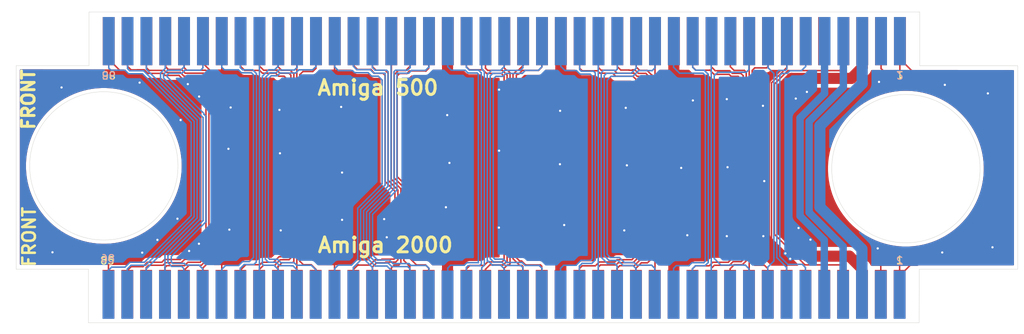
<source format=kicad_pcb>
(kicad_pcb (version 20241229) (generator "pcbnew") (generator_version "9.0")
  (layers (0 "F.Cu" signal) (2 "B.Cu" signal) (13 "F.Paste" user) (15 "B.Paste" user) (5 "F.SilkS" user "F.Silkscreen") (7 "B.SilkS" user "B.Silkscreen") (1 "F.Mask" user) (3 "B.Mask" user) (25 "Edge.Cuts" user))
  (net 0 "")
  (net 1 "A13")
  (net 2 "GND")
  (net 3 "A3")
  (net 4 "OVR")
  (net 5 "BR")
  (net 6 "A16")
  (net 7 "D8")
  (net 8 "FC1")
  (net 9 "D11")
  (net 11 "BERR")
  (net 12 "D9")
  (net 13 "D1")
  (net 14 "A23")
  (net 15 "RW")
  (net 16 "A5")
  (net 17 "A11")
  (net 18 "A8")
  (net 19 "FC2")
  (net 20 "D14")
  (net 21 "D10")
  (net 22 "A22")
  (net 23 "E")
  (net 24 "FC0")
  (net 25 "D13")
  (net 26 "A20")
  (net 27 "D2")
  (net 28 "CCKQ")
  (net 29 "UDS")
  (net 30 "CCK")
  (net 31 "A4")
  (net 32 "D12")
  (net 33 "D15")
  (net 34 "IPL1")
  (net 35 "AS")
  (net 36 "Config")
  (net 37 "A19")
  (net 38 "IPL0")
  (net 39 "D0")
  (net 40 "A15")
  (net 41 "A2")
  (net 42 "A6")
  (net 43 "+5V")
  (net 44 "A18")
  (net 45 "A1")
  (net 46 "7MHz")
  (net 47 "VMA")
  (net 49 "A9")
  (net 50 "A14")
  (net 51 "LDS")
  (net 52 "INT6")
  (net 53 "RESET")
  (net 54 "A12")
  (net 55 "A7")
  (net 56 "P,-5")
  (net 57 "DTACK")
  (net 58 "CDAC")
  (net 59 "A21")
  (net 60 "A10")
  (net 61 "P,+12")
  (net 62 "BG")
  (net 63 "BGACK")
  (net 64 "D6")
  (net 65 "INT2")
  (net 66 "D5")
  (net 67 "D3")
  (net 68 "D4")
  (net 70 "D7")
  (net 71 "IPL2")
  (net 72 "A17")
  (net 73 "HALT")
  (net 74 "VPA")
  (net 75 "XRDY")
  (footprint "Amiga:A500_SIDE_CONNECTOR" (layer "F.Cu") (at 161.295 82.37 180)
    (property "Reference" "U1" (hide yes))
    (property "Value" "A500_EXPANSION_SLOT")
  )
  (footprint "Amiga:A2000_COPRO_SLOT" (layer "F.Cu") (at 95.18 126.578)
    (property "Reference" "CN1" (hide yes))
    (property "Value" "A2000_COPRO_SLOT")
  )
  (gr_line (start 197.5 118.2) (end 184.225 118.2) (stroke (width 0.05)) (layer "Edge.Cuts"))
  (gr_circle (center 74.275 104.275) (end 84.275 104.275) (stroke (width 0.05)) (fill no) (layer "Edge.Cuts"))
  (gr_line (start 184.2 125.425) (end 72.2 125.425) (stroke (width 0.05)) (layer "Edge.Cuts"))
  (gr_line (start 72.2 125.425) (end 72.2 118.2) (stroke (width 0.05)) (layer "Edge.Cuts"))
  (gr_line (start 72.275 90.75) (end 72.275 83.525) (stroke (width 0.05)) (layer "Edge.Cuts"))
  (gr_line (start 72.2 118.2) (end 62.45 118.2) (stroke (width 0.05)) (layer "Edge.Cuts"))
  (gr_line (start 62.45 118.2) (end 62.45 90.75) (stroke (width 0.05)) (layer "Edge.Cuts"))
  (gr_line (start 197.5 90.775) (end 197.5 118.2) (stroke (width 0.05)) (layer "Edge.Cuts"))
  (gr_circle (center 182.425 104.65) (end 192.425 104.65) (stroke (width 0.05)) (fill no) (layer "Edge.Cuts"))
  (gr_line (start 184.225 118.2) (end 184.2 125.425) (stroke (width 0.05)) (layer "Edge.Cuts"))
  (gr_line (start 184.3 83.525) (end 184.3 90.775) (stroke (width 0.05)) (layer "Edge.Cuts"))
  (gr_line (start 62.45 90.75) (end 72.275 90.75) (stroke (width 0.05)) (layer "Edge.Cuts"))
  (gr_line (start 184.3 90.775) (end 197.5 90.775) (stroke (width 0.05)) (layer "Edge.Cuts"))
  (gr_line (start 72.275 83.525) (end 184.3 83.525) (stroke (width 0.05)) (layer "Edge.Cuts"))
  (gr_text "Amiga 500" (at 102.875 94.9 0) (layer "F.SilkS") (effects (font (size 2 2) (thickness 0.4) (bold yes)) (justify left bottom)))
  (gr_text "FRONT" (at 65.2 118.075 90) (layer "F.SilkS") (effects (font (size 1.7 1.7) (thickness 0.34) (bold yes)) (justify left bottom)))
  (gr_text "FRONT" (at 65.1 99.6 90) (layer "F.SilkS") (effects (font (size 1.7 1.7) (thickness 0.4) (bold yes)) (justify left bottom)))
  (gr_text "Amiga 2000" (at 102.925 116.125 0) (layer "F.SilkS") (effects (font (size 2 2) (thickness 0.4) (bold yes)) (justify left bottom)))
  (segment (start 133.32 87.485) (end 133.32 90.98) (width 0.2) (layer "F.Cu") (net 1))
  (segment (start 130.325 117.099) (end 130.325 117.075) (width 0.2) (layer "F.Cu") (net 1))
  (segment (start 131.17105 117.65395) (end 131.2 117.625) (width 0.2) (layer "F.Cu") (net 1))
  (segment (start 130.325 117.099) (end 130.6161 117.099) (width 0.2) (layer "F.Cu") (net 1))
  (segment (start 129.9 116.65) (end 129.9 92.051) (width 0.2) (layer "F.Cu") (net 1))
  (segment (start 130.6161 117.099) (end 131.17105 117.65395) (width 0.2) (layer "F.Cu") (net 1))
  (segment (start 130.2161 91.901) (end 130.05 91.901) (width 0.2) (layer "F.Cu") (net 1))
  (segment (start 133.32 117.8) (end 133.32 121.55) (width 0.2) (layer "F.Cu") (net 1))
  (segment (start 129.9 92.051) (end 130.05 91.901) (width 0.2) (layer "F.Cu") (net 1))
  (segment (start 133.355 87.45) (end 133.32 87.485) (width 0.2) (layer "F.Cu") (net 1))
  (segment (start 132.9 91.4) (end 130.7171 91.4) (width 0.2) (layer "F.Cu") (net 1))
  (segment (start 133.32 90.98) (end 132.9 91.4) (width 0.2) (layer "F.Cu") (net 1))
  (segment (start 130.7171 91.4) (end 130.2161 91.901) (width 0.2) (layer "F.Cu") (net 1))
  (segment (start 133.145 117.625) (end 133.32 117.8) (width 0.2) (layer "F.Cu") (net 1))
  (segment (start 131.2 117.625) (end 133.145 117.625) (width 0.2) (layer "F.Cu") (net 1))
  (segment (start 130.325 117.075) (end 129.9 116.65) (width 0.2) (layer "F.Cu") (net 1))
  (segment (start 180.075 92.15) (end 181.075 92.15) (width 0.2) (layer "F.Cu") (net 2))
  (segment (start 164.3 93.075) (end 166.375 91) (width 0.2) (layer "F.Cu") (net 2))
  (segment (start 105.38 121.55) (end 105.38 87.485) (width 0.2) (layer "F.Cu") (net 2))
  (segment (start 194.075 97.85) (end 194.075 112.525) (width 0.2) (layer "F.Cu") (net 2))
  (segment (start 189.475 93.25) (end 194.075 97.85) (width 0.2) (layer "F.Cu") (net 2))
  (segment (start 90.175 121.515) (end 90.14 121.55) (width 0.2) (layer "F.Cu") (net 2))
  (segment (start 74.935 89.9) (end 79.41 94.375) (width 0.2) (layer "F.Cu") (net 2))
  (segment (start 186.5 115.225) (end 185.15 116.575) (width 0.2) (layer "F.Cu") (net 2))
  (segment (start 151.135 87.45) (end 151.135 121.515) (width 1.5) (layer "F.Cu") (net 2))
  (segment (start 166.34 117.325) (end 166.325 117.325) (width 0.2) (layer "F.Cu") (net 2))
  (segment (start 185.025 93.25) (end 189.475 93.25) (width 0.2) (layer "F.Cu") (net 2))
  (segment (start 90.175 87.45) (end 90.175 121.515) (width 0.2) (layer "F.Cu") (net 2))
  (segment (start 181.615 91.61) (end 181.615 87.45) (width 0.2) (layer "F.Cu") (net 2))
  (segment (start 191.375 115.225) (end 186.5 115.225) (width 0.2) (layer "F.Cu") (net 2))
  (segment (start 181.075 92.15) (end 181.615 91.61) (width 0.2) (layer "F.Cu") (net 2))
  (segment (start 120.655 87.45) (end 120.62 87.485) (width 1.5) (layer "F.Cu") (net 2))
  (segment (start 166.375 91) (end 166.375 87.45) (width 0.2) (layer "F.Cu") (net 2))
  (segment (start 74.9 117.475) (end 74.9 121.55) (width 0.2) (layer "F.Cu") (net 2))
  (segment (start 80.1 94.375) (end 85.25 99.525) (width 0.2) (layer "F.Cu") (net 2))
  (segment (start 85.25 109) (end 78.35 115.9) (width 0.2) (layer "F.Cu") (net 2))
  (segment (start 179.075 87.45) (end 179.075 91.15) (width 0.2) (layer "F.Cu") (net 2))
  (segment (start 120.62 87.485) (end 120.62 121.55) (width 1.5) (layer "F.Cu") (net 2))
  (segment (start 179.04 121.55) (end 179.04 117.16) (width 0.2) (layer "F.Cu") (net 2))
  (segment (start 181.58 119.1) (end 181.58 121.55) (width 0.2) (layer "F.Cu") (net 2))
  (segment (start 185.15 116.575) (end 184.105 116.575) (width 0.2) (layer "F.Cu") (net 2))
  (segment (start 179.075 91.15) (end 180.075 92.15) (width 0.2) (layer "F.Cu") (net 2))
  (segment (start 85.25 99.525) (end 85.25 109) (width 0.2) (layer "F.Cu") (net 2))
  (segment (start 181.615 89.84) (end 185.025 93.25) (width 0.2) (layer "F.Cu") (net 2))
  (segment (start 181.05 116.4) (end 181.58 116.93) (width 0.2) (layer "F.Cu") (net 2))
  (segment (start 166.325 117.325) (end 164.3 115.3) (width 0.2) (layer "F.Cu") (net 2))
  (segment (start 135.895 121.515) (end 135.86 121.55) (width 1.5) (layer "F.Cu") (net 2))
  (segment (start 105.38 87.485) (end 105.415 87.45) (width 0.2) (layer "F.Cu") (net 2))
  (segment (start 164.3 115.3) (end 164.3 93.075) (width 0.2) (layer "F.Cu") (net 2))
  (segment (start 184.105 116.575) (end 181.58 119.1) (width 0.2) (layer "F.Cu") (net 2))
  (segment (start 135.895 87.45) (end 135.895 121.515) (width 1.5) (layer "F.Cu") (net 2))
  (segment (start 78.35 115.9) (end 76.475 115.9) (width 0.2) (layer "F.Cu") (net 2))
  (segment (start 181.58 116.93) (end 181.58 121.55) (width 0.2) (layer "F.Cu") (net 2))
  (segment (start 194.075 112.525) (end 191.375 115.225) (width 0.2) (layer "F.Cu") (net 2))
  (segment (start 79.41 94.375) (end 80.1 94.375) (width 0.2) (layer "F.Cu") (net 2))
  (segment (start 74.935 87.45) (end 74.935 89.9) (width 0.2) (layer "F.Cu") (net 2))
  (segment (start 166.34 121.55) (end 166.34 117.325) (width 0.2) (layer "F.Cu") (net 2))
  (segment (start 179.04 117.16) (end 179.8 116.4) (width 0.2) (layer "F.Cu") (net 2))
  (segment (start 76.475 115.9) (end 74.9 117.475) (width 0.2) (layer "F.Cu") (net 2))
  (segment (start 151.135 121.515) (end 151.1 121.55) (width 1.5) (layer "F.Cu") (net 2))
  (segment (start 179.8 116.4) (end 181.05 116.4) (width 0.2) (layer "F.Cu") (net 2))
  (segment (start 181.615 87.45) (end 181.615 89.84) (width 0.2) (layer "F.Cu") (net 2))
  (via (at 153.7 95.45) (size 0.6) (drill 0.3) (layers "F.Cu" "B.Cu") (net 2))
  (via (at 144.65 96.45) (size 0.6) (drill 0.3) (layers "F.Cu" "B.Cu") (net 2))
  (via (at 152.125 104.55) (size 0.6) (drill 0.3) (layers "F.Cu" "B.Cu") (net 2))
  (via (at 112.075 111.45) (size 0.6) (drill 0.3) (layers "F.Cu" "B.Cu") (net 2))
  (via (at 163.325 106.325) (size 0.6) (drill 0.3) (layers "F.Cu" "B.Cu") (net 2))
  (via (at 194.1 115.25) (size 0.6) (drill 0.3) (layers "F.Cu" "B.Cu") (net 2))
  (via (at 152.95 113.625) (size 0.6) (drill 0.3) (layers "F.Cu" "B.Cu") (net 2))
  (via (at 167.575 95.2) (size 0.6) (drill 0.3) (layers "F.Cu" "B.Cu") (net 2))
  (via (at 158.275 113.75) (size 0.6) (drill 0.3) (layers "F.Cu" "B.Cu") (net 2))
  (via (at 85.6 93.25) (size 0.6) (drill 0.3) (layers "F.Cu" "B.Cu") (net 2))
  (via (at 163.2 113.75) (size 0.6) (drill 0.3) (layers "F.Cu" "B.Cu") (net 2))
  (via (at 67.35 115.925) (size 0.6) (drill 0.3) (layers "F.Cu" "B.Cu") (net 2))
  (via (at 167.95 112.65) (size 0.6) (drill 0.3) (layers "F.Cu" "B.Cu") (net 2))
  (via (at 135.775 104.05) (size 0.6) (drill 0.3) (layers "F.Cu" "B.Cu") (net 2))
  (via (at 106.4 105.175) (size 0.6) (drill 0.3) (layers "F.Cu" "B.Cu") (net 2))
  (via (at 120.875 103.875) (size 0.6) (drill 0.3) (layers "F.Cu" "B.Cu") (net 2))
  (via (at 166.825 116.8) (size 0.6) (drill 0.3) (layers "F.Cu" "B.Cu") (net 2))
  (via (at 166.175 116.075) (size 0.6) (drill 0.3) (layers "F.Cu" "B.Cu") (net 2))
  (via (at 84.2 111.4) (size 0.6) (drill 0.3) (layers "F.Cu" "B.Cu") (net 2))
  (via (at 163.15 96.175) (size 0.6) (drill 0.3) (layers "F.Cu" "B.Cu") (net 2))
  (via (at 120.575 97.425) (size 0.6) (drill 0.3) (layers "F.Cu" "B.Cu") (net 2))
  (via (at 87.125 94.925) (size 0.6) (drill 0.3) (layers "F.Cu" "B.Cu") (net 2))
  (via (at 144.8 104.2) (size 0.6) (drill 0.3) (layers "F.Cu" "B.Cu") (net 2))
  (via (at 84.625 98.1) (size 0.6) (drill 0.3) (layers "F.Cu" "B.Cu") (net 2))
  (via (at 68.575 93.7) (size 0.6) (drill 0.3) (layers "F.Cu" "B.Cu") (net 2))
  (via (at 91.2 112.875) (size 0.6) (drill 0.3) (layers "F.Cu" "B.Cu") (net 2))
  (via (at 135.8 96.85) (size 0.6) (drill 0.3) (layers "F.Cu" "B.Cu") (net 2))
  (via (at 187.325 115.95) (size 0.6) (drill 0.3) (layers "F.Cu" "B.Cu") (net 2))
  (via (at 79.45 115.975) (size 0.6) (drill 0.3) (layers "F.Cu" "B.Cu") (net 2))
  (via (at 120.4 109.85) (size 0.6) (drill 0.3) (layers "F.Cu" "B.Cu") (net 2))
  (via (at 193.475 94.5) (size 0.6) (drill 0.3) (layers "F.Cu" "B.Cu") (net 2))
  (via (at 98.025 102.575) (size 0.6) (drill 0.3) (layers "F.Cu" "B.Cu") (net 2))
  (via (at 178.8 92.95) (size 0.6) (drill 0.3) (layers "F.Cu" "B.Cu") (net 2))
  (via (at 169.075 94.3) (size 0.6) (drill 0.3) (layers "F.Cu" "B.Cu") (net 2))
  (via (at 178.625 115.4) (size 0.6) (drill 0.3) (layers "F.Cu" "B.Cu") (net 2))
  (via (at 127.575 102.225) (size 0.6) (drill 0.3) (layers "F.Cu" "B.Cu") (net 2))
  (via (at 158.275 95.275) (size 0.6) (drill 0.3) (layers "F.Cu" "B.Cu") (net 2))
  (via (at 187.675 93.35) (size 0.6) (drill 0.3) (layers "F.Cu" "B.Cu") (net 2))
  (via (at 144.45 112.975) (size 0.6) (drill 0.3) (layers "F.Cu" "B.Cu") (net 2))
  (via (at 169.55 114.225) (size 0.6) (drill 0.3) (layers "F.Cu" "B.Cu") (net 2))
  (via (at 97.95 96.725) (size 0.6) (drill 0.3) (layers "F.Cu" "B.Cu") (net 2))
  (via (at 106.4 111.55) (size 0.6) (drill 0.3) (layers "F.Cu" "B.Cu") (net 2))
  (via (at 79.1 93.05) (size 0.6) (drill 0.3) (layers "F.Cu" "B.Cu") (net 2))
  (via (at 91.375 96.4) (size 0.6) (drill 0.3) (layers "F.Cu" "B.Cu") (net 2))
  (via (at 127.55 112.6) (size 0.6) (drill 0.3) (layers "F.Cu" "B.Cu") (net 2))
  (via (at 127.575 94) (size 0.6) (drill 0.3) (layers "F.Cu" "B.Cu") (net 2))
  (via (at 87.1 114.775) (size 0.6) (drill 0.3) (layers "F.Cu" "B.Cu") (net 2))
  (via (at 158.375 104.45) (size 0.6) (drill 0.3) (layers "F.Cu" "B.Cu") (net 2))
  (via (at 81.5 114.25) (size 0.6) (drill 0.3) (layers "F.Cu" "B.Cu") (net 2))
  (via (at 85.775 115.75) (size 0.6) (drill 0.3) (layers "F.Cu" "B.Cu") (net 2))
  (via (at 136.35 112.25) (size 0.6) (drill 0.3) (layers "F.Cu" "B.Cu") (net 2))
  (via (at 106.275 96.325) (size 0.6) (drill 0.3) (layers "F.Cu" "B.Cu") (net 2))
  (via (at 91.075 101.975) (size 0.6) (drill 0.3) (layers "F.Cu" "B.Cu") (net 2))
  (via (at 112.425 113.9) (size 0.6) (drill 0.3) (layers "F.Cu" "B.Cu") (net 2))
  (via (at 98.125 112.975) (size 0.6) (drill 0.3) (layers "F.Cu" "B.Cu") (net 2))
  (segment (start 155.1829 117.325) (end 153.575 117.325) (width 0.2) (layer "B.Cu") (net 3))
  (segment (start 155.378 117.1299) (end 155.1829 117.325) (width 0.2) (layer "B.Cu") (net 3))
  (segment (start 151.1 118.075) (end 151.1 121.65) (width 0.2) (layer "B.Cu") (net 3))
  (segment (start 151.1 90.975) (end 151.9 91.775) (width 0.2) (layer "B.Cu") (net 3))
  (segment (start 155.0579 91.775) (end 155.378 92.0951) (width 0.2) (layer "B.Cu") (net 3))
  (segment (start 153.575 117.325) (end 153.175 117.725) (width 0.2) (layer "B.Cu") (net 3))
  (segment (start 151.135 87.45) (end 151.1 87.485) (width 0.2) (layer "B.Cu") (net 3))
  (segment (start 151.9 91.775) (end 155.0579 91.775) (width 0.2) (layer "B.Cu") (net 3))
  (segment (start 151.45 117.725) (end 151.1 118.075) (width 0.2) (layer "B.Cu") (net 3))
  (segment (start 153.175 117.725) (end 151.45 117.725) (width 0.2) (layer "B.Cu") (net 3))
  (segment (start 155.378 92.0951) (end 155.378 117.1299) (width 0.2) (layer "B.Cu") (net 3))
  (segment (start 151.1 87.485) (end 151.1 90.975) (width 0.2) (layer "B.Cu") (net 3))
  (segment (start 161.295 121.515) (end 161.26 121.55) (width 0.2) (layer "F.Cu") (net 4))
  (segment (start 161.295 87.45) (end 161.295 121.515) (width 0.2) (layer "F.Cu") (net 4))
  (segment (start 112.198 91.776) (end 110.6789 91.776) (width 0.2) (layer "B.Cu") (net 5))
  (segment (start 107.92 90.845) (end 107.92 87.485) (width 0.2) (layer "B.Cu") (net 5))
  (segment (start 110.6789 91.776) (end 110.2029 91.3) (width 0.2) (layer "B.Cu") (net 5))
  (segment (start 108.375 91.3) (end 107.92 90.845) (width 0.2) (layer "B.Cu") (net 5))
  (segment (start 107.92 87.485) (end 107.955 87.45) (width 0.2) (layer "B.Cu") (net 5))
  (segment (start 110.2029 91.3) (end 108.375 91.3) (width 0.2) (layer "B.Cu") (net 5))
  (segment (start 107.92 121.65) (end 107.92 117.9721) (width 0.2) (layer "B.Cu") (net 5))
  (segment (start 108.902 116.9901) (end 108.902 110.1559) (width 0.2) (layer "B.Cu") (net 5))
  (segment (start 107.92 117.9721) (end 108.902 116.9901) (width 0.2) (layer "B.Cu") (net 5))
  (segment (start 108.902 110.1559) (end 112.198 106.8599) (width 0.2) (layer "B.Cu") (net 5))
  (segment (start 112.198 106.8599) (end 112.198 91.776) (width 0.2) (layer "B.Cu") (net 5))
  (segment (start 125.735 118.215) (end 125.735 121.515) (width 0.2) (layer "F.Cu") (net 6))
  (segment (start 128.0229 91.4) (end 128.648 92.0251) (width 0.2) (layer "F.Cu") (net 6))
  (segment (start 128.648 117.1099) (end 128.11645 117.64145) (width 0.2) (layer "F.Cu") (net 6))
  (segment (start 126.035 91.4) (end 128.0229 91.4) (width 0.2) (layer "F.Cu") (net 6))
  (segment (start 128.11645 117.64145) (end 128.1 117.625) (width 0.2) (layer "F.Cu") (net 6))
  (segment (start 125.735 121.515) (end 125.7 121.55) (width 0.2) (layer "F.Cu") (net 6))
  (segment (start 125.735 91.1) (end 126.035 91.4) (width 0.2) (layer "F.Cu") (net 6))
  (segment (start 128.1 117.625) (end 126.325 117.625) (width 0.2) (layer "F.Cu") (net 6))
  (segment (start 126.325 117.625) (end 125.735 118.215) (width 0.2) (layer "F.Cu") (net 6))
  (segment (start 125.735 87.45) (end 125.735 91.1) (width 0.2) (layer "F.Cu") (net 6))
  (segment (start 128.648 92.0251) (end 128.648 117.1099) (width 0.2) (layer "F.Cu") (net 6))
  (segment (start 87.253 111.4723) (end 82.52 116.2053) (width 0.2) (layer "B.Cu") (net 7))
  (segment (start 82.555 87.45) (end 82.555 91.1259) (width 0.2) (layer "B.Cu") (net 7))
  (segment (start 82.52 116.2053) (end 82.52 121.65) (width 0.2) (layer "B.Cu") (net 7))
  (segment (start 87.253 97.9267) (end 87.253 111.4723) (width 0.2) (layer "B.Cu") (net 7))
  (segment (start 81.924 91.7569) (end 81.924 92.5977) (width 0.2) (layer "B.Cu") (net 7))
  (segment (start 82.555 91.1259) (end 81.924 91.7569) (width 0.2) (layer "B.Cu") (net 7))
  (segment (start 81.924 92.5977) (end 87.253 97.9267) (width 0.2) (layer "B.Cu") (net 7))
  (segment (start 143.3335 117.6335) (end 143.643 117.324) (width 0.2) (layer "F.Cu") (net 8))
  (segment (start 146.4178 116.548) (end 147.027 116.548) (width 0.2) (layer "F.Cu") (net 8))
  (segment (start 140.95 121.54) (end 140.95 117.925) (width 0.2) (layer "F.Cu") (net 8))
  (segment (start 147.392 116.183) (end 147.392 92.567) (width 0.2) (layer "F.Cu") (net 8))
  (segment (start 141.325 91.375) (end 140.975 91.025) (width 0.2) (layer "F.Cu") (net 8))
  (segment (start 146.1928 92.202) (end 145.72895 91.73815) (width 0.2) (layer "F.Cu") (net 8))
  (segment (start 145.6418 117.324) (end 146.4178 116.548) (width 0.2) (layer "F.Cu") (net 8))
  (segment (start 147.392 92.567) (end 147.027 92.202) (width 0.2) (layer "F.Cu") (net 8))
  (segment (start 140.95 117.925) (end 141.2415 117.6335) (width 0.2) (layer "F.Cu") (net 8))
  (segment (start 143.075 91.375) (end 141.325 91.375) (width 0.2) (layer "F.Cu") (net 8))
  (segment (start 145.6911 91.776) (end 143.476 91.776) (width 0.2) (layer "F.Cu") (net 8))
  (segment (start 145.72895 91.73815) (end 145.6911 91.776) (width 0.2) (layer "F.Cu") (net 8))
  (segment (start 147.027 92.202) (end 146.1928 92.202) (width 0.2) (layer "F.Cu") (net 8))
  (segment (start 140.94 121.55) (end 140.95 121.54) (width 0.2) (layer "F.Cu") (net 8))
  (segment (start 143.476 91.776) (end 143.075 91.375) (width 0.2) (layer "F.Cu") (net 8))
  (segment (start 140.975 91.025) (end 140.975 87.45) (width 0.2) (layer "F.Cu") (net 8))
  (segment (start 147.027 116.548) (end 147.392 116.183) (width 0.2) (layer "F.Cu") (net 8))
  (segment (start 141.2415 117.6335) (end 143.3335 117.6335) (width 0.2) (layer "F.Cu") (net 8))
  (segment (start 143.643 117.324) (end 145.6418 117.324) (width 0.2) (layer "F.Cu") (net 8))
  (segment (start 99.097 92.697) (end 98.577 92.177) (width 0.2) (layer "F.Cu") (net 9))
  (segment (start 93.425 117.6) (end 95.3129 117.6) (width 0.2) (layer "F.Cu") (net 9))
  (segment (start 95.6389 117.274) (end 97.1518 117.274) (width 0.2) (layer "F.Cu") (net 9))
  (segment (start 97.1518 117.274) (end 97.9028 116.523) (width 0.2) (layer "F.Cu") (net 9))
  (segment (start 93.265 91.4) (end 92.715 90.85) (width 0.2) (layer "F.Cu") (net 9))
  (segment (start 92.68 121.55) (end 92.68 118.225) (width 0.2) (layer "F.Cu") (net 9))
  (segment (start 98.577 92.177) (end 97.8428 92.177) (width 0.2) (layer "F.Cu") (net 9))
  (segment (start 95.26645 91.38355) (end 95.25 91.4) (width 0.2) (layer "F.Cu") (net 9))
  (segment (start 97.4418 91.776) (end 95.6589 91.776) (width 0.2) (layer "F.Cu") (net 9))
  (segment (start 92.8 118.225) (end 93.425 117.6) (width 0.2) (layer "F.Cu") (net 9))
  (segment (start 99.097 116.203) (end 99.097 92.697) (width 0.2) (layer "F.Cu") (net 9))
  (segment (start 92.68 118.225) (end 92.8 118.225) (width 0.2) (layer "F.Cu") (net 9))
  (segment (start 98.777 116.523) (end 99.097 116.203) (width 0.2) (layer "F.Cu") (net 9))
  (segment (start 95.3129 117.6) (end 95.6389 117.274) (width 0.2) (layer "F.Cu") (net 9))
  (segment (start 92.715 90.85) (end 92.715 87.45) (width 0.2) (layer "F.Cu") (net 9))
  (segment (start 95.6589 91.776) (end 95.26645 91.38355) (width 0.2) (layer "F.Cu") (net 9))
  (segment (start 97.9028 116.523) (end 98.777 116.523) (width 0.2) (layer "F.Cu") (net 9))
  (segment (start 95.25 91.4) (end 93.265 91.4) (width 0.2) (layer "F.Cu") (net 9))
  (segment (start 97.8428 92.177) (end 97.4418 91.776) (width 0.2) (layer "F.Cu") (net 9))
  (segment (start 125.276 91.2089) (end 125.276 91.2678) (width 0.2) (layer "B.Cu") (net 11))
  (segment (start 125.577 116.9829) (end 125.5859 116.9918) (width 0.2) (layer "B.Cu") (net 11))
  (segment (start 125.735 87.45) (end 125.225 87.96) (width 0.2) (layer "B.Cu") (net 11))
  (segment (start 125.225 118.0171) (end 125.225 121.175) (width 0.2) (layer "B.Cu") (net 11))
  (segment (start 125.225 121.175) (end 125.7 121.65) (width 0.2) (layer "B.Cu") (net 11))
  (segment (start 125.5859 116.9918) (end 125.5859 117.6562) (width 0.2) (layer "B.Cu") (net 11))
  (segment (start 125.225 91.1579) (end 125.276 91.2089) (width 0.2) (layer "B.Cu") (net 11))
  (segment (start 125.5859 117.6562) (end 125.225 118.0171) (width 0.2) (layer "B.Cu") (net 11))
  (segment (start 125.225 87.96) (end 125.225 91.1579) (width 0.2) (layer "B.Cu") (net 11))
  (segment (start 125.276 91.2678) (end 125.577 91.5688) (width 0.2) (layer "B.Cu") (net 11))
  (segment (start 125.577 91.5688) (end 125.577 116.9829) (width 0.2) (layer "B.Cu") (net 11))
  (segment (start 85.095 90.925) (end 85.095 87.45) (width 0.2) (layer "B.Cu") (net 12))
  (segment (start 82.921 117.321) (end 82.921 116.3714) (width 0.2) (layer "B.Cu") (net 12))
  (segment (start 85.06 118.11) (end 84.775 117.825) (width 0.2) (layer "B.Cu") (net 12))
  (segment (start 83.425 117.825) (end 82.921 117.321) (width 0.2) (layer "B.Cu") (net 12))
  (segment (start 87.654 111.6384) (end 87.654 97.7606) (width 0.2) (layer "B.Cu") (net 12))
  (segment (start 87.654 97.7606) (end 82.325 92.4316) (width 0.2) (layer "B.Cu") (net 12))
  (segment (start 84.775 117.825) (end 83.425 117.825) (width 0.2) (layer "B.Cu") (net 12))
  (segment (start 82.95 91.376) (end 84.644 91.376) (width 0.2) (layer "B.Cu") (net 12))
  (segment (start 82.325 91.923) (end 82.325 92.075) (width 0.2) (layer "B.Cu") (net 12))
  (segment (start 85.06 121.65) (end 85.06 118.11) (width 0.2) (layer "B.Cu") (net 12))
  (segment (start 82.872 91.376) (end 82.325 91.923) (width 0.2) (layer "B.Cu") (net 12))
  (segment (start 84.644 91.376) (end 85.095 90.925) (width 0.2) (layer "B.Cu") (net 12))
  (segment (start 82.95 91.376) (end 82.872 91.376) (width 0.2) (layer "B.Cu") (net 12))
  (segment (start 82.921 116.3714) (end 87.654 111.6384) (width 0.2) (layer "B.Cu") (net 12))
  (segment (start 82.325 92.4316) (end 82.325 91.923) (width 0.2) (layer "B.Cu") (net 12))
  (segment (start 85.45 91.375) (end 88.0079 91.375) (width 0.2) (layer "F.Cu") (net 13))
  (segment (start 85.13 91.055) (end 85.45 91.375) (width 0.2) (layer "F.Cu") (net 13))
  (segment (start 85.095 91.055) (end 85.13 91.055) (width 0.2) (layer "F.Cu") (net 13))
  (segment (start 89.249 115.851) (end 87.425 117.675) (width 0.2) (layer "F.Cu") (net 13))
  (segment (start 87.425 117.675) (end 85.775 117.675) (width 0.2) (layer "F.Cu") (net 13))
  (segment (start 89.249 92.6161) (end 89.249 115.851) (width 0.2) (layer "F.Cu") (net 13))
  (segment (start 85.775 117.675) (end 85.06 118.39) (width 0.2) (layer "F.Cu") (net 13))
  (segment (start 85.06 118.39) (end 85.06 121.55) (width 0.2) (layer "F.Cu") (net 13))
  (segment (start 85.095 87.45) (end 85.095 91.055) (width 0.2) (layer "F.Cu") (net 13))
  (segment (start 88.0079 91.375) (end 89.249 92.6161) (width 0.2) (layer "F.Cu") (net 13))
  (segment (start 111.776 116.848) (end 113.4 116.848) (width 0.2) (layer "F.Cu") (net 14))
  (segment (start 108.475 91.275) (end 107.975 90.775) (width 0.2) (layer "F.Cu") (net 14))
  (segment (start 111.675 116.949) (end 111.776 116.848) (width 0.2) (layer "F.Cu") (net 14))
  (segment (start 112.198 106.3664) (end 112.198 92.073) (width 0.2) (layer "F.Cu") (net 14))
  (segment (start 113.4 116.848) (end 113.5271 116.7209) (width 0.2) (layer "F.Cu") (net 14))
  (segment (start 108.625 117.65) (end 110.125 117.65) (width 0.2) (layer "F.Cu") (net 14))
  (segment (start 110.826 116.949) (end 111.675 116.949) (width 0.2) (layer "F.Cu") (net 14))
  (segment (start 113.5271 107.6955) (end 112.198 106.3664) (width 0.2) (layer "F.Cu") (net 14))
  (segment (start 111.925 91.8) (end 110.7829 91.8) (width 0.2) (layer "F.Cu") (net 14))
  (segment (start 107.975 90.775) (end 107.955 90.775) (width 0.2) (layer "F.Cu") (net 14))
  (segment (start 110.46395 91.43605) (end 110.3029 91.275) (width 0.2) (layer "F.Cu") (net 14))
  (segment (start 110.46395 91.48105) (end 110.46395 91.43605) (width 0.2) (layer "F.Cu") (net 14))
  (segment (start 107.92 121.55) (end 107.92 118.255) (width 0.2) (layer "F.Cu") (net 14))
  (segment (start 110.125 117.65) (end 110.826 116.949) (width 0.2) (layer "F.Cu") (net 14))
  (segment (start 112.198 92.073) (end 111.925 91.8) (width 0.2) (layer "F.Cu") (net 14))
  (segment (start 113.5271 116.7209) (end 113.5271 107.6955) (width 0.2) (layer "F.Cu") (net 14))
  (segment (start 107.955 90.775) (end 107.955 87.45) (width 0.2) (layer "F.Cu") (net 14))
  (segment (start 110.7829 91.8) (end 110.46395 91.48105) (width 0.2) (layer "F.Cu") (net 14))
  (segment (start 110.3029 91.275) (end 108.475 91.275) (width 0.2) (layer "F.Cu") (net 14))
  (segment (start 107.92 118.255) (end 108.575 117.6) (width 0.2) (layer "F.Cu") (net 14))
  (segment (start 108.575 117.6) (end 108.625 117.65) (width 0.2) (layer "F.Cu") (net 14))
  (segment (start 95.656 92.925) (end 95.656 92.1848) (width 0.2) (layer "B.Cu") (net 15))
  (segment (start 97.225 117.675) (end 95.8 117.675) (width 0.2) (layer "B.Cu") (net 15))
  (segment (start 97.75 118.2) (end 97.225 117.675) (width 0.2) (layer "B.Cu") (net 15))
  (segment (start 97.795 90.825) (end 97.795 87.45) (width 0.2) (layer "B.Cu") (net 15))
  (segment (start 95.656 117.531) (end 95.656 92.925) (width 0.2) (layer "B.Cu") (net 15))
  (segment (start 95.656 92.1848) (end 96.5158 91.325) (width 0.2) (layer "B.Cu") (net 15))
  (segment (start 96.5158 91.325) (end 97.1 91.325) (width 0.2) (layer "B.Cu") (net 15))
  (segment (start 97.76 121.65) (end 97.795 121.615) (width 0.2) (layer "B.Cu") (net 15))
  (segment (start 97.295 91.325) (end 97.795 90.825) (width 0.2) (layer "B.Cu") (net 15))
  (segment (start 96.5158 91.325) (end 97.295 91.325) (width 0.2) (layer "B.Cu") (net 15))
  (segment (start 97.795 118.2) (end 97.75 118.2) (width 0.2) (layer "B.Cu") (net 15))
  (segment (start 95.8 117.675) (end 95.656 117.531) (width 0.2) (layer "B.Cu") (net 15))
  (segment (start 97.795 121.615) (end 97.795 118.2) (width 0.2) (layer "B.Cu") (net 15))
  (segment (start 156.7125 91.4375) (end 156.18 90.905) (width 0.2) (layer "F.Cu") (net 16))
  (segment (start 156.18 121.55) (end 156.18 118.095) (width 0.2) (layer "F.Cu") (net 16))
  (segment (start 156.6 117.675) (end 158.6329 117.675) (width 0.2) (layer "F.Cu") (net 16))
  (segment (start 159.026 91.801) (end 158.6625 91.4375) (width 0.2) (layer "F.Cu") (net 16))
  (segment (start 159.1214 117.1865) (end 160.2214 117.1865) (width 0.2) (layer "F.Cu") (net 16))
  (segment (start 160.493 116.9149) (end 160.493 92.118) (width 0.2) (layer "F.Cu") (net 16))
  (segment (start 158.6625 91.4375) (end 156.7125 91.4375) (width 0.2) (layer "F.Cu") (net 16))
  (segment (start 156.18 90.905) (end 156.18 87.485) (width 0.2) (layer "F.Cu") (net 16))
  (segment (start 156.18 87.485) (end 156.215 87.45) (width 0.2) (layer "F.Cu") (net 16))
  (segment (start 156.18 118.095) (end 156.6 117.675) (width 0.2) (layer "F.Cu") (net 16))
  (segment (start 160.176 91.801) (end 159.026 91.801) (width 0.2) (layer "F.Cu") (net 16))
  (segment (start 160.2214 117.1865) (end 160.493 116.9149) (width 0.2) (layer "F.Cu") (net 16))
  (segment (start 160.493 92.118) (end 160.176 91.801) (width 0.2) (layer "F.Cu") (net 16))
  (segment (start 158.6329 117.675) (end 159.1214 117.1865) (width 0.2) (layer "F.Cu") (net 16))
  (segment (start 138.7695 117.4195) (end 138.4 117.789) (width 0.2) (layer "B.Cu") (net 17))
  (segment (start 140.3 91.5) (end 140.539 91.739) (width 0.2) (layer "B.Cu") (net 17))
  (segment (start 140.539 91.739) (end 140.539 116.961) (width 0.2) (layer "B.Cu") (net 17))
  (segment (start 138.435 91.285) (end 138.65 91.5) (width 0.2) (layer "B.Cu") (net 17))
  (segment (start 138.65 91.5) (end 140.3 91.5) (width 0.2) (layer "B.Cu") (net 17))
  (segment (start 138.775 117.425) (end 138.7695 117.4195) (width 0.2) (layer "B.Cu") (net 17))
  (segment (start 140.075 117.425) (end 138.775 117.425) (width 0.2) (layer "B.Cu") (net 17))
  (segment (start 138.435 87.45) (end 138.435 91.285) (width 0.2) (layer "B.Cu") (net 17))
  (segment (start 138.4 117.789) (end 138.4 121.65) (width 0.2) (layer "B.Cu") (net 17))
  (segment (start 140.539 116.961) (end 140.075 117.425) (width 0.2) (layer "B.Cu") (net 17))
  (segment (start 146.02 121.65) (end 146.02 118.1) (width 0.2) (layer "B.Cu") (net 18))
  (segment (start 145.6225 117.7025) (end 144.3025 117.7025) (width 0.2) (layer "B.Cu") (net 18))
  (segment (start 143.625 117.025) (end 142.4 117.025) (width 0.2) (layer "B.Cu") (net 18))
  (segment (start 142.054 91.796) (end 145.371 91.796) (width 0.2) (layer "B.Cu") (net 18))
  (segment (start 144.3025 117.7025) (end 143.625 117.025) (width 0.2) (layer "B.Cu") (net 18))
  (segment (start 145.371 91.796) (end 146.055 91.112) (width 0.2) (layer "B.Cu") (net 18))
  (segment (start 146.055 91.112) (end 146.055 87.45) (width 0.2) (layer "B.Cu") (net 18))
  (segment (start 141.742 116.367) (end 141.742 92.108) (width 0.2) (layer "B.Cu") (net 18))
  (segment (start 142.4 117.025) (end 141.742 116.367) (width 0.2) (layer "B.Cu") (net 18))
  (segment (start 146.02 118.1) (end 145.6225 117.7025) (width 0.2) (layer "B.Cu") (net 18))
  (segment (start 141.742 92.108) (end 142.054 91.796) (width 0.2) (layer "B.Cu") (net 18))
  (segment (start 140.8329 91.45) (end 141.1589 91.776) (width 0.2) (layer "F.Cu") (net 19))
  (segment (start 138.775 117.75) (end 138.4 118.125) (width 0.2) (layer "F.Cu") (net 19))
  (segment (start 146.2517 116.147) (end 145.4757 116.923) (width 0.2) (layer "F.Cu") (net 19))
  (segment (start 140.5579 117.75) (end 138.775 117.75) (width 0.2) (layer "F.Cu") (net 19))
  (segment (start 138.435 91.11) (end 138.775 91.45) (width 0.2) (layer "F.Cu") (net 19))
  (segment (start 146.703 116.147) (end 146.2517 116.147) (width 0.2) (layer "F.Cu") (net 19))
  (segment (start 146.8609 92.603) (end 146.991 92.7331) (width 0.2) (layer "F.Cu") (net 19))
  (segment (start 138.775 91.45) (end 140.8329 91.45) (width 0.2) (layer "F.Cu") (net 19))
  (segment (start 146.991 92.7331) (end 146.991 115.859) (width 0.2) (layer "F.Cu") (net 19))
  (segment (start 145.6007 92.177) (end 146.0267 92.603) (width 0.2) (layer "F.Cu") (net 19))
  (segment (start 143.1674 117.2325) (end 141.0754 117.2325) (width 0.2) (layer "F.Cu") (net 19))
  (segment (start 143.4769 116.923) (end 143.1674 117.2325) (width 0.2) (layer "F.Cu") (net 19))
  (segment (start 143.276 92.177) (end 145.6007 92.177) (width 0.2) (layer "F.Cu") (net 19))
  (segment (start 141.0754 117.2325) (end 140.5579 117.75) (width 0.2) (layer "F.Cu") (net 19))
  (segment (start 146.0267 92.603) (end 146.8609 92.603) (width 0.2) (layer "F.Cu") (net 19))
  (segment (start 138.435 87.45) (end 138.435 91.11) (width 0.2) (layer "F.Cu") (net 19))
  (segment (start 142.875 91.776) (end 143.276 92.177) (width 0.2) (layer "F.Cu") (net 19))
  (segment (start 146.991 115.859) (end 146.703 116.147) (width 0.2) (layer "F.Cu") (net 19))
  (segment (start 138.4 118.125) (end 138.4 121.55) (width 0.2) (layer "F.Cu") (net 19))
  (segment (start 141.1589 91.776) (end 142.875 91.776) (width 0.2) (layer "F.Cu") (net 19))
  (segment (start 145.4757 116.923) (end 143.4769 116.923) (width 0.2) (layer "F.Cu") (net 19))
  (segment (start 100.3 87.485) (end 100.335 87.45) (width 0.2) (layer "F.Cu") (net 20))
  (segment (start 100.3 121.55) (end 100.3 87.485) (width 0.2) (layer "F.Cu") (net 20))
  (segment (start 87.75525 97.29475) (end 88.055 97.5945) (width 0.2) (layer "B.Cu") (net 21))
  (segment (start 87.635 91.065) (end 87.325 91.375) (width 0.2) (layer "B.Cu") (net 21))
  (segment (start 83.0381 91.777) (end 82.8151 92) (width 0.2) (layer "B.Cu") (net 21))
  (segment (start 83.375 116.4845) (end 83.375 117.2079) (width 0.2) (layer "B.Cu") (net 21))
  (segment (start 87.6 118.15) (end 87.6 121.65) (width 0.2) (layer "B.Cu") (net 21))
  (segment (start 83.375 117.2079) (end 83.5911 117.424) (width 0.2) (layer "B.Cu") (net 21))
  (segment (start 87.1 117.65) (end 87.6 118.15) (width 0.2) (layer "B.Cu") (net 21))
  (segment (start 84.8101 91.777) (end 83.0381 91.777) (width 0.2) (layer "B.Cu") (net 21))
  (segment (start 83.5911 117.424) (end 85.124 117.424) (width 0.2) (layer "B.Cu") (net 21))
  (segment (start 87.635 87.45) (end 87.635 91.065) (width 0.2) (layer "B.Cu") (net 21))
  (segment (start 82.8151 92) (end 82.8151 92.2559) (width 0.2) (layer "B.Cu") (net 21))
  (segment (start 88.055 111.8045) (end 83.375 116.4845) (width 0.2) (layer "B.Cu") (net 21))
  (segment (start 85.2121 91.375) (end 84.8101 91.777) (width 0.2) (layer "B.Cu") (net 21))
  (segment (start 85.35 117.65) (end 87.1 117.65) (width 0.2) (layer "B.Cu") (net 21))
  (segment (start 82.8151 92.2559) (end 87.75525 97.19605) (width 0.2) (layer "B.Cu") (net 21))
  (segment (start 85.124 117.424) (end 85.35 117.65) (width 0.2) (layer "B.Cu") (net 21))
  (segment (start 88.055 97.5945) (end 88.055 111.8045) (width 0.2) (layer "B.Cu") (net 21))
  (segment (start 87.75525 97.19605) (end 87.75525 97.29475) (width 0.2) (layer "B.Cu") (net 21))
  (segment (start 87.325 91.375) (end 85.2121 91.375) (width 0.2) (layer "B.Cu") (net 21))
  (segment (start 112.599 91.774) (end 112.599 106.2003) (width 0.2) (layer "F.Cu") (net 22))
  (segment (start 112.2 91.375) (end 112.599 91.774) (width 0.2) (layer "F.Cu") (net 22))
  (segment (start 112.301 117.249) (end 112.2 117.35) (width 0.2) (layer "F.Cu") (net 22))
  (segment (start 110.925 91.375) (end 112.2 91.375) (width 0.2) (layer "F.Cu") (net 22))
  (segment (start 112.599 106.2003) (end 113.9281 107.5294) (width 0.2) (layer "F.Cu") (net 22))
  (segment (start 110.925 91.33) (end 110.925 91.375) (width 0.2) (layer "F.Cu") (net 22))
  (segment (start 113.9281 116.9469) (end 113.626 117.249) (width 0.2) (layer "F.Cu") (net 22))
  (segment (start 110.495 90.9) (end 110.925 91.33) (width 0.2) (layer "F.Cu") (net 22))
  (segment (start 113.626 117.249) (end 112.301 117.249) (width 0.2) (layer "F.Cu") (net 22))
  (segment (start 112.2 117.35) (end 111.05 117.35) (width 0.2) (layer "F.Cu") (net 22))
  (segment (start 111.05 117.35) (end 110.495 117.905) (width 0.2) (layer "F.Cu") (net 22))
  (segment (start 113.9281 107.5294) (end 113.9281 116.9469) (width 0.2) (layer "F.Cu") (net 22))
  (segment (start 110.495 87.45) (end 110.495 90.9) (width 0.2) (layer "F.Cu") (net 22))
  (segment (start 110.495 117.905) (end 110.495 121.515) (width 0.2) (layer "F.Cu") (net 22))
  (segment (start 110.495 121.515) (end 110.46 121.55) (width 0.2) (layer "F.Cu") (net 22))
  (segment (start 124.7839 117.324) (end 123.226 117.324) (width 0.2) (layer "B.Cu") (net 23))
  (segment (start 121.125 91.375) (end 123 91.375) (width 0.2) (layer "B.Cu") (net 23))
  (segment (start 124.775 117.3151) (end 124.7839 117.324) (width 0.2) (layer "B.Cu") (net 23))
  (segment (start 121.025 117.675) (end 120.655 118.045) (width 0.2) (layer "B.Cu") (net 23))
  (segment (start 123.376 91.751) (end 124.625 91.751) (width 0.2) (layer "B.Cu") (net 23))
  (segment (start 120.655 90.905) (end 121.125 91.375) (width 0.2) (layer "B.Cu") (net 23))
  (segment (start 120.655 121.615) (end 120.62 121.65) (width 0.2) (layer "B.Cu") (net 23))
  (segment (start 124.625 91.751) (end 124.775 91.901) (width 0.2) (layer "B.Cu") (net 23))
  (segment (start 123.226 117.324) (end 122.875 117.675) (width 0.2) (layer "B.Cu") (net 23))
  (segment (start 123 91.375) (end 123.376 91.751) (width 0.2) (layer "B.Cu") (net 23))
  (segment (start 122.875 117.675) (end 121.025 117.675) (width 0.2) (layer "B.Cu") (net 23))
  (segment (start 120.655 87.45) (end 120.655 90.905) (width 0.2) (layer "B.Cu") (net 23))
  (segment (start 124.775 91.901) (end 124.775 117.3151) (width 0.2) (layer "B.Cu") (net 23))
  (segment (start 120.655 118.045) (end 120.655 121.615) (width 0.2) (layer "B.Cu") (net 23))
  (segment (start 143.515 90.9) (end 143.525 90.9) (width 0.2) (layer "F.Cu") (net 24))
  (segment (start 147.4089 116.949) (end 146.5839 116.949) (width 0.2) (layer "F.Cu") (net 24))
  (segment (start 147.3589 91.801) (end 147.793 92.2351) (width 0.2) (layer "F.Cu") (net 24))
  (segment (start 143.48 118.105) (end 143.475 118.1) (width 0.2) (layer "F.Cu") (net 24))
  (segment (start 143.525 90.9) (end 143.975 91.35) (width 0.2) (layer "F.Cu") (net 24))
  (segment (start 145.1 91.35) (end 145.125 91.375) (width 0.2) (layer "F.Cu") (net 24))
  (segment (start 145.525 91.375) (end 145.575 91.325) (width 0.2) (layer "F.Cu") (net 24))
  (segment (start 145.8829 91.325) (end 146.3589 91.801) (width 0.2) (layer "F.Cu") (net 24))
  (segment (start 145.125 91.375) (end 145.525 91.375) (width 0.2) (layer "F.Cu") (net 24))
  (segment (start 147.793 92.2351) (end 147.793 116.5649) (width 0.2) (layer "F.Cu") (net 24))
  (segment (start 143.475 118.1) (end 143.85 117.725) (width 0.2) (layer "F.Cu") (net 24))
  (segment (start 143.975 91.35) (end 145.1 91.35) (width 0.2) (layer "F.Cu") (net 24))
  (segment (start 147.793 116.5649) (end 147.4089 116.949) (width 0.2) (layer "F.Cu") (net 24))
  (segment (start 145.575 91.325) (end 145.8829 91.325) (width 0.2) (layer "F.Cu") (net 24))
  (segment (start 145.8079 117.725) (end 146.5839 116.949) (width 0.2) (layer "F.Cu") (net 24))
  (segment (start 146.3589 91.801) (end 147.3589 91.801) (width 0.2) (layer "F.Cu") (net 24))
  (segment (start 143.515 87.45) (end 143.515 90.9) (width 0.2) (layer "F.Cu") (net 24))
  (segment (start 143.85 117.725) (end 145.8079 117.725) (width 0.2) (layer "F.Cu") (net 24))
  (segment (start 143.48 121.55) (end 143.48 118.105) (width 0.2) (layer "F.Cu") (net 24))
  (segment (start 97.76 121.55) (end 97.76 117.8) (width 0.2) (layer "F.Cu") (net 25))
  (segment (start 97.76 117.8) (end 97.825 117.8) (width 0.2) (layer "F.Cu") (net 25))
  (segment (start 99.4 91.375) (end 98.175 91.375) (width 0.2) (layer "F.Cu") (net 25))
  (segment (start 99.899 91.874) (end 99.4 91.375) (width 0.2) (layer "F.Cu") (net 25))
  (segment (start 97.825 117.8) (end 98.3 117.325) (width 0.2) (layer "F.Cu") (net 25))
  (segment (start 97.76 87.485) (end 97.795 87.45) (width 0.2) (layer "F.Cu") (net 25))
  (segment (start 99.725 117.325) (end 99.899 117.151) (width 0.2) (layer "F.Cu") (net 25))
  (segment (start 99.899 117.151) (end 99.899 91.874) (width 0.2) (layer "F.Cu") (net 25))
  (segment (start 98.3 117.325) (end 99.725 117.325) (width 0.2) (layer "F.Cu") (net 25))
  (segment (start 98.175 91.315) (end 97.76 90.9) (width 0.2) (layer "F.Cu") (net 25))
  (segment (start 98.175 91.375) (end 98.175 91.315) (width 0.2) (layer "F.Cu") (net 25))
  (segment (start 97.76 90.9) (end 97.76 87.485) (width 0.2) (layer "F.Cu") (net 25))
  (segment (start 110.8678 117.777) (end 109.704 116.6132) (width 0.2) (layer "B.Cu") (net 26))
  (segment (start 109.704 116.6132) (end 109.704 110.4881) (width 0.2) (layer "B.Cu") (net 26))
  (segment (start 113 121.65) (end 113 118.325) (width 0.2) (layer "B.Cu") (net 26))
  (segment (start 113 87.485) (end 113.035 87.45) (width 0.2) (layer "B.Cu") (net 26))
  (segment (start 109.704 110.4881) (end 113 107.1921) (width 0.2) (layer "B.Cu") (net 26))
  (segment (start 113 107.1921) (end 113 87.485) (width 0.2) (layer "B.Cu") (net 26))
  (segment (start 113 118.325) (end 112.452 117.777) (width 0.2) (layer "B.Cu") (net 26))
  (segment (start 112.452 117.777) (end 110.8678 117.777) (width 0.2) (layer "B.Cu") (net 26))
  (segment (start 84.7479 91.275) (end 82.875 91.275) (width 0.2) (layer "F.Cu") (net 27))
  (segment (start 82.625 87.52) (end 82.555 87.45) (width 0.2) (layer "F.Cu") (net 27))
  (segment (start 82.775 117.725) (end 85.1579 117.725) (width 0.2) (layer "F.Cu") (net 27))
  (segment (start 82.875 91.175) (end 82.625 90.925) (width 0.2) (layer "F.Cu") (net 27))
  (segment (start 82.52 121.55) (end 82.52 117.975) (width 0.2) (layer "F.Cu") (net 27))
  (segment (start 85.6089 117.274) (end 87.2589 117.274) (width 0.2) (layer "F.Cu") (net 27))
  (segment (start 88.848 92.7822) (end 87.8418 91.776) (width 0.2) (layer "F.Cu") (net 27))
  (segment (start 85.1579 117.725) (end 85.6089 117.274) (width 0.2) (layer "F.Cu") (net 27))
  (segment (start 82.52 117.975) (end 82.525 117.975) (width 0.2) (layer "F.Cu") (net 27))
  (segment (start 85.2489 91.776) (end 84.7479 91.275) (width 0.2) (layer "F.Cu") (net 27))
  (segment (start 82.625 90.925) (end 82.625 87.52) (width 0.2) (layer "F.Cu") (net 27))
  (segment (start 87.2589 117.274) (end 88.848 115.6849) (width 0.2) (layer "F.Cu") (net 27))
  (segment (start 88.848 115.6849) (end 88.848 92.7822) (width 0.2) (layer "F.Cu") (net 27))
  (segment (start 82.525 117.975) (end 82.775 117.725) (width 0.2) (layer "F.Cu") (net 27))
  (segment (start 82.875 91.275) (end 82.875 91.175) (width 0.2) (layer "F.Cu") (net 27))
  (segment (start 87.8418 91.776) (end 85.2489 91.776) (width 0.2) (layer "F.Cu") (net 27))
  (segment (start 166.34 121.65) (end 166.34 117.951) (width 0.2) (layer "B.Cu") (net 28))
  (segment (start 165.275 91.4) (end 166.175 91.4) (width 0.2) (layer "B.Cu") (net 28))
  (segment (start 166.34 117.951) (end 166.3339 117.951) (width 0.2) (layer "B.Cu") (net 28))
  (segment (start 165.024 116.6411) (end 165.024 91.651) (width 0.2) (layer "B.Cu") (net 28))
  (segment (start 166.175 91.4) (end 166.375 91.2) (width 0.2) (layer "B.Cu") (net 28))
  (segment (start 165.024 91.651) (end 165.275 91.4) (width 0.2) (layer "B.Cu") (net 28))
  (segment (start 166.3339 117.951) (end 165.024 116.6411) (width 0.2) (layer "B.Cu") (net 28))
  (segment (start 166.375 91.2) (end 166.375 87.45) (width 0.2) (layer "B.Cu") (net 28))
  (segment (start 94.35 91.325) (end 92.9921 91.325) (width 0.2) (layer "B.Cu") (net 29))
  (segment (start 94.825 117.25) (end 94.825 117.125) (width 0.2) (layer "B.Cu") (net 29))
  (segment (start 92.7 118.075) (end 93.2 117.575) (width 0.2) (layer "B.Cu") (net 29))
  (segment (start 94.854 91.829) (end 94.35 91.325) (width 0.2) (layer "B.Cu") (net 29))
  (segment (start 92.9921 91.325) (end 92.68 91.0129) (width 0.2) (layer "B.Cu") (net 29))
  (segment (start 92.68 87.485) (end 92.715 87.45) (width 0.2) (layer "B.Cu") (net 29))
  (segment (start 94.825 117.125) (end 94.854 117.096) (width 0.2) (layer "B.Cu") (net 29))
  (segment (start 92.68 91.0129) (end 92.68 87.485) (width 0.2) (layer "B.Cu") (net 29))
  (segment (start 92.68 118.075) (end 92.7 118.075) (width 0.2) (layer "B.Cu") (net 29))
  (segment (start 93.2 117.575) (end 94.5 117.575) (width 0.2) (layer "B.Cu") (net 29))
  (segment (start 92.68 121.65) (end 92.68 118.075) (width 0.2) (layer "B.Cu") (net 29))
  (segment (start 94.5 117.575) (end 94.825 117.25) (width 0.2) (layer "B.Cu") (net 29))
  (segment (start 94.854 117.096) (end 94.854 91.829) (width 0.2) (layer "B.Cu") (net 29))
  (segment (start 164.623 117.102) (end 164.623 91.823) (width 0.2) (layer "B.Cu") (net 30))
  (segment (start 163.835 91.05) (end 163.835 87.45) (width 0.2) (layer "B.Cu") (net 30))
  (segment (start 163.8 121.65) (end 163.8 117.925) (width 0.2) (layer "B.Cu") (net 30))
  (segment (start 164.623 91.823) (end 163.85 91.05) (width 0.2) (layer "B.Cu") (net 30))
  (segment (start 163.85 91.05) (end 163.835 91.05) (width 0.2) (layer "B.Cu") (net 30))
  (segment (start 163.8 117.925) (end 164.623 117.102) (width 0.2) (layer "B.Cu") (net 30))
  (segment (start 155.779 91.929) (end 155.225 91.375) (width 0.2) (layer "B.Cu") (net 31))
  (segment (start 155.225 91.375) (end 154.075 91.375) (width 0.2) (layer "B.Cu") (net 31))
  (segment (start 154.075 117.725) (end 155.35 117.725) (width 0.2) (layer "B.Cu") (net 31))
  (segment (start 153.64 118.16) (end 154.075 117.725) (width 0.2) (layer "B.Cu") (net 31))
  (segment (start 155.779 117.296) (end 155.779 91.929) (width 0.2) (layer "B.Cu") (net 31))
  (segment (start 154.075 91.375) (end 153.675 90.975) (width 0.2) (layer "B.Cu") (net 31))
  (segment (start 155.35 117.725) (end 155.779 117.296) (width 0.2) (layer "B.Cu") (net 31))
  (segment (start 153.64 121.65) (end 153.64 118.16) (width 0.2) (layer "B.Cu") (net 31))
  (segment (start 153.675 90.975) (end 153.675 87.45) (width 0.2) (layer "B.Cu") (net 31))
  (segment (start 95.255 90.805) (end 95.825 91.375) (width 0.2) (layer "F.Cu") (net 32))
  (segment (start 97.359 117.6339) (end 97.359 117.675) (width 0.2) (layer "F.Cu") (net 32))
  (segment (start 97.359 117.675) (end 95.805 117.675) (width 0.2) (layer "F.Cu") (net 32))
  (segment (start 97.64645 91.35355) (end 97.725 91.4321) (width 0.2) (layer "F.Cu") (net 32))
  (segment (start 99.2339 91.776) (end 99.498 92.0401) (width 0.2) (layer "F.Cu") (net 32))
  (segment (start 99.498 92.0401) (end 99.498 116.677) (width 0.2) (layer "F.Cu") (net 32))
  (segment (start 98.0689 116.924) (end 97.359 117.6339) (width 0.2) (layer "F.Cu") (net 32))
  (segment (start 95.255 87.45) (end 95.255 90.805) (width 0.2) (layer "F.Cu") (net 32))
  (segment (start 97.725 91.4921) (end 98.0089 91.776) (width 0.2) (layer "F.Cu") (net 32))
  (segment (start 99.251 116.924) (end 98.0689 116.924) (width 0.2) (layer "F.Cu") (net 32))
  (segment (start 97.725 91.4321) (end 97.725 91.4921) (width 0.2) (layer "F.Cu") (net 32))
  (segment (start 95.825 91.375) (end 97.625 91.375) (width 0.2) (layer "F.Cu") (net 32))
  (segment (start 95.255 118.225) (end 95.255 121.515) (width 0.2) (layer "F.Cu") (net 32))
  (segment (start 95.805 117.675) (end 95.255 118.225) (width 0.2) (layer "F.Cu") (net 32))
  (segment (start 98.0089 91.776) (end 99.2339 91.776) (width 0.2) (layer "F.Cu") (net 32))
  (segment (start 97.625 91.375) (end 97.64645 91.35355) (width 0.2) (layer "F.Cu") (net 32))
  (segment (start 95.255 121.515) (end 95.22 121.55) (width 0.2) (layer "F.Cu") (net 32))
  (segment (start 99.498 116.677) (end 99.251 116.924) (width 0.2) (layer "F.Cu") (net 32))
  (segment (start 102.875 87.45) (end 102.875 91.125) (width 0.2) (layer "F.Cu") (net 33))
  (segment (start 100.701 117.126) (end 101.175 117.6) (width 0.2) (layer "F.Cu") (net 33))
  (segment (start 102.45 91.55) (end 101.125 91.55) (width 0.2) (layer "F.Cu") (net 33))
  (segment (start 100.701 91.974) (end 100.701 117.126) (width 0.2) (layer "F.Cu") (net 33))
  (segment (start 101.175 117.6) (end 102.25 117.6) (width 0.2) (layer "F.Cu") (net 33))
  (segment (start 102.875 91.125) (end 102.45 91.55) (width 0.2) (layer "F.Cu") (net 33))
  (segment (start 102.875 118.225) (end 102.875 121.515) (width 0.2) (layer "F.Cu") (net 33))
  (segment (start 102.25 117.6) (end 102.875 118.225) (width 0.2) (layer "F.Cu") (net 33))
  (segment (start 102.875 121.515) (end 102.84 121.55) (width 0.2) (layer "F.Cu") (net 33))
  (segment (start 101.125 91.55) (end 100.701 91.974) (width 0.2) (layer "F.Cu") (net 33))
  (segment (start 127.924 91.801) (end 126.7161 91.801) (width 0.2) (layer "B.Cu") (net 34))
  (segment (start 126.379 116.6507) (end 126.3879 116.6596) (width 0.2) (layer "B.Cu") (net 34))
  (segment (start 126.3879 116.7958) (end 126.8411 117.249) (width 0.2) (layer "B.Cu") (net 34))
  (segment (start 126.8411 117.249) (end 127.949 117.249) (width 0.2) (layer "B.Cu") (net 34))
  (segment (start 130.78 91.045) (end 130.425 91.4) (width 0.2) (layer "B.Cu") (net 34))
  (segment (start 126.3879 116.6596) (end 126.3879 116.7958) (width 0.2) (layer "B.Cu") (net 34))
  (segment (start 130.815 87.45) (end 130.78 87.485) (width 0.2) (layer "B.Cu") (net 34))
  (segment (start 128.4 117.7) (end 130.5 117.7) (width 0.2) (layer "B.Cu") (net 34))
  (segment (start 130.425 91.4) (end 128.325 91.4) (width 0.2) (layer "B.Cu") (net 34))
  (segment (start 128.325 91.4) (end 127.924 91.801) (width 0.2) (layer "B.Cu") (net 34))
  (segment (start 130.5 117.7) (end 130.78 117.98) (width 0.2) (layer "B.Cu") (net 34))
  (segment (start 126.379 92.1381) (end 126.379 116.6507) (width 0.2) (layer "B.Cu") (net 34))
  (segment (start 130.78 117.98) (end 130.78 121.65) (width 0.2) (layer "B.Cu") (net 34))
  (segment (start 127.949 117.249) (end 128.4 117.7) (width 0.2) (layer "B.Cu") (net 34))
  (segment (start 130.78 87.485) (end 130.78 91.045) (width 0.2) (layer "B.Cu") (net 34))
  (segment (start 126.7161 91.801) (end 126.379 92.1381) (width 0.2) (layer "B.Cu") (net 34))
  (segment (start 94.453 91.9951) (end 94.453 116.622) (width 0.2) (layer "B.Cu") (net 35))
  (segment (start 90.175 121.615) (end 90.14 121.65) (width 0.2) (layer "B.Cu") (net 35))
  (segment (start 94.1839 91.726) (end 94.453 91.9951) (width 0.2) (layer "B.Cu") (net 35))
  (segment (start 92.826 91.726) (end 94.1839 91.726) (width 0.2) (layer "B.Cu") (net 35))
  (segment (start 90.7 117.7) (end 90.175 118.225) (width 0.2) (layer "B.Cu") (net 35))
  (segment (start 92.976 117.174) (end 92.45 117.7) (width 0.2) (layer "B.Cu") (net 35))
  (segment (start 90.175 118.225) (end 90.175 121.615) (width 0.2) (layer "B.Cu") (net 35))
  (segment (start 92.45 117.7) (end 90.7 117.7) (width 0.2) (layer "B.Cu") (net 35))
  (segment (start 94.453 116.622) (end 93.901 117.174) (width 0.2) (layer "B.Cu") (net 35))
  (segment (start 90.175 90.975) (end 90.525 91.325) (width 0.2) (layer "B.Cu") (net 35))
  (segment (start 92.425 91.325) (end 92.826 91.726) (width 0.2) (layer "B.Cu") (net 35))
  (segment (start 93.901 117.174) (end 92.976 117.174) (width 0.2) (layer "B.Cu") (net 35))
  (segment (start 90.525 91.325) (end 92.425 91.325) (width 0.2) (layer "B.Cu") (net 35))
  (segment (start 90.175 87.45) (end 90.175 90.975) (width 0.2) (layer "B.Cu") (net 35))
  (segment (start 168.88 117.98) (end 168.45 117.55) (width 0.2) (layer "B.Cu") (net 36))
  (segment (start 166.5 117.55) (end 165.425 116.475) (width 0.2) (layer "B.Cu") (net 36))
  (segment (start 166.424 91.801) (end 166.775 91.45) (width 0.2) (layer "B.Cu") (net 36))
  (segment (start 168.325 91.45) (end 168.915 90.86) (width 0.2) (layer "B.Cu") (net 36))
  (segment (start 165.699 91.801) (end 166.424 91.801) (width 0.2) (layer "B.Cu") (net 36))
  (segment (start 165.425 116.475) (end 165.425 92.075) (width 0.2) (layer "B.Cu") (net 36))
  (segment (start 168.88 121.65) (end 168.88 117.98) (width 0.2) (layer "B.Cu") (net 36))
  (segment (start 168.915 90.86) (end 168.915 87.45) (width 0.2) (layer "B.Cu") (net 36))
  (segment (start 168.45 117.55) (end 166.5 117.55) (width 0.2) (layer "B.Cu") (net 36))
  (segment (start 165.425 92.075) (end 165.699 91.801) (width 0.2) (layer "B.Cu") (net 36))
  (segment (start 166.775 91.45) (end 168.325 91.45) (width 0.2) (layer "B.Cu") (net 36))
  (segment (start 110.105 110.6542) (end 110.105 116.4471) (width 0.2) (layer "B.Cu") (net 37))
  (segment (start 115.54 118.125) (end 115.54 121.65) (width 0.2) (layer "B.Cu") (net 37))
  (segment (start 115.575 91.025) (end 115.225 91.375) (width 0.2) (layer "B.Cu") (net 37))
  (segment (start 113.401 107.3582) (end 110.105 110.6542) (width 0.2) (layer "B.Cu") (net 37))
  (segment (start 111.0339 117.376) (end 112.626 117.376) (width 0.2) (layer "B.Cu") (net 37))
  (segment (start 115.225 91.375) (end 113.6 91.375) (width 0.2) (layer "B.Cu") (net 37))
  (segment (start 115.575 87.45) (end 115.575 91.025) (width 0.2) (layer "B.Cu") (net 37))
  (segment (start 113.401 91.574) (end 113.401 107.3582) (width 0.2) (layer "B.Cu") (net 37))
  (segment (start 110.105 116.4471) (end 111.0339 117.376) (width 0.2) (layer "B.Cu") (net 37))
  (segment (start 113.1 117.85) (end 115.25 117.85) (width 0.2) (layer "B.Cu") (net 37))
  (segment (start 115.25 117.85) (end 115.525 118.125) (width 0.2) (layer "B.Cu") (net 37))
  (segment (start 115.525 118.125) (end 115.54 118.125) (width 0.2) (layer "B.Cu") (net 37))
  (segment (start 112.626 117.376) (end 113.1 117.85) (width 0.2) (layer "B.Cu") (net 37))
  (segment (start 113.6 91.375) (end 113.401 91.574) (width 0.2) (layer "B.Cu") (net 37))
  (segment (start 127.148 92.202) (end 128.0901 92.202) (width 0.2) (layer "B.Cu") (net 38))
  (segment (start 132.855 91.4) (end 133.355 90.9) (width 0.2) (layer "B.Cu") (net 38))
  (segment (start 126.78 116.4846) (end 126.78 92.57) (width 0.2) (layer "B.Cu") (net 38))
  (segment (start 133.355 90.9) (end 133.355 87.45) (width 0.2) (layer "B.Cu") (net 38))
  (segment (start 131.1 91.4) (end 132.855 91.4) (width 0.2) (layer "B.Cu") (net 38))
  (segment (start 133.355 118.08) (end 132.975 117.7) (width 0.2) (layer "B.Cu") (net 38))
  (segment (start 126.7889 116.4935) (end 126.78 116.4846) (width 0.2) (layer "B.Cu") (net 38))
  (segment (start 133.355 121.615) (end 133.355 118.08) (width 0.2) (layer "B.Cu") (net 38))
  (segment (start 126.78 92.57) (end 127.148 92.202) (width 0.2) (layer "B.Cu") (net 38))
  (segment (start 128.4911 91.801) (end 130.699 91.801) (width 0.2) (layer "B.Cu") (net 38))
  (segment (start 128.149 116.848) (end 127.0072 116.848) (width 0.2) (layer "B.Cu") (net 38))
  (segment (start 132.975 117.7) (end 131.075 117.7) (width 0.2) (layer "B.Cu") (net 38))
  (segment (start 126.7889 116.6297) (end 126.7889 116.4935) (width 0.2) (layer "B.Cu") (net 38))
  (segment (start 130.674 117.299) (end 128.6 117.299) (width 0.2) (layer "B.Cu") (net 38))
  (segment (start 130.699 91.801) (end 131.1 91.4) (width 0.2) (layer "B.Cu") (net 38))
  (segment (start 131.075 117.7) (end 130.674 117.299) (width 0.2) (layer "B.Cu") (net 38))
  (segment (start 128.0901 92.202) (end 128.4911 91.801) (width 0.2) (layer "B.Cu") (net 38))
  (segment (start 133.32 121.65) (end 133.355 121.615) (width 0.2) (layer "B.Cu") (net 38))
  (segment (start 127.0072 116.848) (end 126.7889 116.6297) (width 0.2) (layer "B.Cu") (net 38))
  (segment (start 128.6 117.299) (end 128.149 116.848) (width 0.2) (layer "B.Cu") (net 38))
  (segment (start 87.65 118.025) (end 89.65 116.025) (width 0.2) (layer "F.Cu") (net 39))
  (segment (start 89.65 116.025) (end 89.65 92.45) (width 0.2) (layer "F.Cu") (net 39))
  (segment (start 87.6 121.55) (end 87.65 121.5) (width 0.2) (layer "F.Cu") (net 39))
  (segment (start 87.65 121.5) (end 87.65 118.025) (width 0.2) (layer "F.Cu") (net 39))
  (segment (start 87.635 90.435) (end 87.635 87.45) (width 0.2) (layer "F.Cu") (net 39))
  (segment (start 89.65 92.45) (end 87.635 90.435) (width 0.2) (layer "F.Cu") (net 39))
  (segment (start 128.7 117.625) (end 128.9 117.625) (width 0.2) (layer "F.Cu") (net 40))
  (segment (start 128.25 118.075) (end 128.7 117.625) (width 0.2) (layer "F.Cu") (net 40))
  (segment (start 128.24 121.55) (end 128.24 118.075) (width 0.2) (layer "F.Cu") (net 40))
  (segment (start 128.24 118.075) (end 128.25 118.075) (width 0.2) (layer "F.Cu") (net 40))
  (segment (start 128.9 117.625) (end 129.049 117.476) (width 0.2) (layer "F.Cu") (net 40))
  (segment (start 128.565 91.375) (end 128.24 91.05) (width 0.2) (layer "F.Cu") (net 40))
  (segment (start 129.049 117.476) (end 129.049 91.724) (width 0.2) (layer "F.Cu") (net 40))
  (segment (start 128.24 91.05) (end 128.24 87.485) (width 0.2) (layer "F.Cu") (net 40))
  (segment (start 128.7 91.375) (end 128.565 91.375) (width 0.2) (layer "F.Cu") (net 40))
  (segment (start 129.049 91.724) (end 128.7 91.375) (width 0.2) (layer "F.Cu") (net 40))
  (segment (start 128.24 87.485) (end 128.275 87.45) (width 0.2) (layer "F.Cu") (net 40))
  (segment (start 148.595 121.515) (end 148.56 121.55) (width 0.2) (layer "F.Cu") (net 41))
  (segment (start 148.595 87.45) (end 148.595 121.515) (width 0.2) (layer "F.Cu") (net 41))
  (segment (start 158.8599 92.202) (end 158.59145 91.93355) (width 0.2) (layer "F.Cu") (net 42))
  (segment (start 155.975 91.35) (end 155.95 91.375) (width 0.2) (layer "F.Cu") (net 42))
  (segment (start 158.59145 91.93355) (end 156.55855 91.93355) (width 0.2) (layer "F.Cu") (net 42))
  (segment (start 154.05 117.75) (end 155.9 117.75) (width 0.2) (layer "F.Cu") (net 42))
  (segment (start 153.64 118.16) (end 154.05 117.75) (width 0.2) (layer "F.Cu") (net 42))
  (segment (start 156.376 117.274) (end 158.4668 117.274) (width 0.2) (layer "F.Cu") (net 42))
  (segment (start 153.675 90.95) (end 153.675 87.45) (width 0.2) (layer "F.Cu") (net 42))
  (segment (start 160.092 116.45) (end 160.092 92.492) (width 0.2) (layer "F.Cu") (net 42))
  (segment (start 158.9553 116.7855) (end 159.7565 116.7855) (width 0.2) (layer "F.Cu") (net 42))
  (segment (start 156.55855 91.93355) (end 155.975 91.35) (width 0.2) (layer "F.Cu") (net 42))
  (segment (start 154.1 91.375) (end 153.675 90.95) (width 0.2) (layer "F.Cu") (net 42))
  (segment (start 155.9 117.75) (end 156.376 117.274) (width 0.2) (layer "F.Cu") (net 42))
  (segment (start 159.7565 116.7855) (end 160.092 116.45) (width 0.2) (layer "F.Cu") (net 42))
  (segment (start 159.802 92.202) (end 158.8599 92.202) (width 0.2) (layer "F.Cu") (net 42))
  (segment (start 160.092 92.492) (end 159.802 92.202) (width 0.2) (layer "F.Cu") (net 42))
  (segment (start 153.64 121.55) (end 153.64 118.16) (width 0.2) (layer "F.Cu") (net 42))
  (segment (start 155.95 91.375) (end 154.1 91.375) (width 0.2) (layer "F.Cu") (net 42))
  (segment (start 158.4668 117.274) (end 158.9553 116.7855) (width 0.2) (layer "F.Cu") (net 42))
  (segment (start 165.752 93.723) (end 166.999 92.476) (width 1.5) (layer "F.Cu") (net 43))
  (segment (start 174.812 116.45) (end 169.136338 116.45) (width 1.5) (layer "F.Cu") (net 43))
  (segment (start 165.752 113.065662) (end 165.752 93.723) (width 1.5) (layer "F.Cu") (net 43))
  (segment (start 169.136338 116.45) (end 165.752 113.065662) (width 1.5) (layer "F.Cu") (net 43))
  (segment (start 176.5 118.138) (end 174.812 116.45) (width 1.5) (layer "F.Cu") (net 43))
  (segment (start 175.074001 92.475999) (end 176.535 91.015) (width 1.5) (layer "F.Cu") (net 43))
  (segment (start 176.5 121.55) (end 176.5 118.138) (width 1.5) (layer "F.Cu") (net 43))
  (segment (start 176.535 91.015) (end 176.535 87.45) (width 1.5) (layer "F.Cu") (net 43))
  (segment (start 166.999 92.476) (end 175.074001 92.475999) (width 1.5) (layer "F.Cu") (net 43))
  (segment (start 170.825 98.885) (end 170.825 109.825) (width 1.5) (layer "B.Cu") (net 43))
  (segment (start 176.535 87.45) (end 176.535 93.175) (width 1.5) (layer "B.Cu") (net 43))
  (segment (start 176.5 115.5) (end 176.5 121.65) (width 1.5) (layer "B.Cu") (net 43))
  (segment (start 176.535 93.175) (end 170.825 98.885) (width 1.5) (layer "B.Cu") (net 43))
  (segment (start 170.825 109.825) (end 176.5 115.5) (width 1.5) (layer "B.Cu") (net 43))
  (segment (start 110.506 116.281) (end 110.506 110.8203) (width 0.2) (layer "B.Cu") (net 44))
  (segment (start 118.08 121.65) (end 118.115 121.615) (width 0.2) (layer "B.Cu") (net 44))
  (segment (start 113.802 107.5243) (end 113.802 91.798) (width 0.2) (layer "B.Cu") (net 44))
  (segment (start 113.824 91.776) (end 115.3911 91.776) (width 0.2) (layer "B.Cu") (net 44))
  (segment (start 113.2661 117.449) (end 112.7921 116.975) (width 0.2) (layer "B.Cu") (net 44))
  (segment (start 115.7671 91.4) (end 117.65 91.4) (width 0.2) (layer "B.Cu") (net 44))
  (segment (start 118.115 90.95) (end 118.115 87.45) (width 0.2) (layer "B.Cu") (net 44))
  (segment (start 111.2 116.975) (end 110.506 116.281) (width 0.2) (layer "B.Cu") (net 44))
  (segment (start 110.506 110.8203) (end 113.802 107.5243) (width 0.2) (layer "B.Cu") (net 44))
  (segment (start 117.65 91.4) (end 118.1 90.95) (width 0.2) (layer "B.Cu") (net 44))
  (segment (start 118.1 90.95) (end 118.115 90.95) (width 0.2) (layer "B.Cu") (net 44))
  (segment (start 117.725 117.7) (end 115.675 117.7) (width 0.2) (layer "B.Cu") (net 44))
  (segment (start 118.115 118.09) (end 117.725 117.7) (width 0.2) (layer "B.Cu") (net 44))
  (segment (start 115.3911 91.776) (end 115.7671 91.4) (width 0.2) (layer "B.Cu") (net 44))
  (segment (start 112.7921 116.975) (end 111.2 116.975) (width 0.2) (layer "B.Cu") (net 44))
  (segment (start 115.424 117.449) (end 113.2661 117.449) (width 0.2) (layer "B.Cu") (net 44))
  (segment (start 113.802 91.798) (end 113.824 91.776) (width 0.2) (layer "B.Cu") (net 44))
  (segment (start 115.675 117.7) (end 115.424 117.449) (width 0.2) (layer "B.Cu") (net 44))
  (segment (start 118.115 121.615) (end 118.115 118.09) (width 0.2) (layer "B.Cu") (net 44))
  (segment (start 146.02 118.08) (end 146.02 121.55) (width 0.2) (layer "F.Cu") (net 45))
  (segment (start 146.055 87.45) (end 146.055 90.92) (width 0.2) (layer "F.Cu") (net 45))
  (segment (start 148.15 92.025) (end 148.194 92.025) (width 0.2) (layer "F.Cu") (net 45))
  (segment (start 148.194 116.731) (end 147.575 117.35) (width 0.2) (layer "F.Cu") (net 45))
  (segment (start 148.194 92.025) (end 148.194 116.731) (width 0.2) (layer "F.Cu") (net 45))
  (segment (start 146.05 90.925) (end 146.525 91.4) (width 0.2) (layer "F.Cu") (net 45))
  (segment (start 147.525 91.4) (end 148.15 92.025) (width 0.2) (layer "F.Cu") (net 45))
  (segment (start 146.75 117.35) (end 146.02 118.08) (width 0.2) (layer "F.Cu") (net 45))
  (segment (start 146.055 90.92) (end 146.05 90.925) (width 0.2) (layer "F.Cu") (net 45))
  (segment (start 147.575 117.35) (end 146.75 117.35) (width 0.2) (layer "F.Cu") (net 45))
  (segment (start 146.525 91.4) (end 147.525 91.4) (width 0.2) (layer "F.Cu") (net 45))
  (segment (start 173.6 117.625) (end 173.96 117.985) (width 0.2) (layer "F.Cu") (net 46))
  (segment (start 173.475 91.425) (end 173.925 90.975) (width 0.2) (layer "F.Cu") (net 46))
  (segment (start 164.701 113.501) (end 164.701 93.2411) (width 0.2) (layer "F.Cu") (net 46))
  (segment (start 168.825 117.625) (end 173.6 117.625) (width 0.2) (layer "F.Cu") (net 46))
  (segment (start 173.925 90.975) (end 173.925 86.758) (width 0.2) (layer "F.Cu") (net 46))
  (segment (start 166.5171 91.425) (end 173.475 91.425) (width 0.2) (layer "F.Cu") (net 46))
  (segment (start 164.701 93.2411) (end 166.5171 91.425) (width 0.2) (layer "F.Cu") (net 46))
  (segment (start 173.96 117.985) (end 173.96 121.55) (width 0.2) (layer "F.Cu") (net 46))
  (segment (start 164.701 113.501) (end 168.825 117.625) (width 0.2) (layer "F.Cu") (net 46))
  (segment (start 115.4921 91.475) (end 117.675 91.475) (width 0.2) (layer "F.Cu") (net 47))
  (segment (start 115.1311 107.0689) (end 115.15 107.05) (width 0.2) (layer "F.Cu") (net 47))
  (segment (start 115.1411 91.826) (end 115.4921 91.475) (width 0.2) (layer "F.Cu") (net 47))
  (segment (start 115.1311 116.3311) (end 115.1311 107.0689) (width 0.2) (layer "F.Cu") (net 47))
  (segment (start 116.425 117.625) (end 115.1311 116.3311) (width 0.2) (layer "F.Cu") (net 47))
  (segment (start 113.825 92.15) (end 114.149 91.826) (width 0.2) (layer "F.Cu") (net 47))
  (segment (start 114.149 91.826) (end 115.1411 91.826) (width 0.2) (layer "F.Cu") (net 47))
  (segment (start 115.15 107.05) (end 113.825 105.725) (width 0.2) (layer "F.Cu") (net 47))
  (segment (start 118.08 91.12) (end 118.08 87.485) (width 0.2) (layer "F.Cu") (net 47))
  (segment (start 113.825 105.725) (end 113.825 92.15) (width 0.2) (layer "F.Cu") (net 47))
  (segment (start 117.7 91.5) (end 118.08 91.12) (width 0.2) (layer "F.Cu") (net 47))
  (segment (start 118.08 121.55) (end 118.08 118.05) (width 0.2) (layer "F.Cu") (net 47))
  (segment (start 118.08 118.05) (end 117.655 117.625) (width 0.2) (layer "F.Cu") (net 47))
  (segment (start 117.675 91.475) (end 117.7 91.5) (width 0.2) (layer "F.Cu") (net 47))
  (segment (start 118.08 87.485) (end 118.115 87.45) (width 0.2) (layer "F.Cu") (net 47))
  (segment (start 117.655 117.625) (end 116.425 117.625) (width 0.2) (layer "F.Cu") (net 47))
  (segment (start 143.48 117.764) (end 143.48 121.65) (width 0.2) (layer "B.Cu") (net 49))
  (segment (start 141.341 116.591) (end 142.192 117.442) (width 0.2) (layer "B.Cu") (net 49))
  (segment (start 143.345 91.395) (end 141.655 91.395) (width 0.2) (layer "B.Cu") (net 49))
  (segment (start 141.341 91.709) (end 141.341 116.591) (width 0.2) (layer "B.Cu") (net 49))
  (segment (start 143.515 91.225) (end 143.345 91.395) (width 0.2) (layer "B.Cu") (net 49))
  (segment (start 143.158 117.442) (end 143.48 117.764) (width 0.2) (layer "B.Cu") (net 49))
  (segment (start 141.655 91.395) (end 141.341 91.709) (width 0.2) (layer "B.Cu") (net 49))
  (segment (start 143.515 87.45) (end 143.515 91.225) (width 0.2) (layer "B.Cu") (net 49))
  (segment (start 142.192 117.442) (end 143.158 117.442) (width 0.2) (layer "B.Cu") (net 49))
  (segment (start 130.815 90.735) (end 130.175 91.375) (width 0.2) (layer "F.Cu") (net 50))
  (segment (start 130.175 91.375) (end 130.0089 91.375) (width 0.2) (layer "F.Cu") (net 50))
  (segment (start 130.0089 91.375) (end 129.45 91.9339) (width 0.2) (layer "F.Cu") (net 50))
  (segment (start 130.78 117.83) (end 130.78 121.55) (width 0.2) (layer "F.Cu") (net 50))
  (segment (start 130.65 117.7) (end 130.78 117.83) (width 0.2) (layer "F.Cu") (net 50))
  (segment (start 129.45 116.7911) (end 130.3589 117.7) (width 0.2) (layer "F.Cu") (net 50))
  (segment (start 130.815 87.45) (end 130.815 90.735) (width 0.2) (layer "F.Cu") (net 50))
  (segment (start 130.3589 117.7) (end 130.65 117.7) (width 0.2) (layer "F.Cu") (net 50))
  (segment (start 129.45 91.9339) (end 129.45 116.7911) (width 0.2) (layer "F.Cu") (net 50))
  (segment (start 95.255 121.615) (end 95.22 121.65) (width 0.2) (layer "B.Cu") (net 51))
  (segment (start 95.255 87.45) (end 95.255 121.615) (width 0.2) (layer "B.Cu") (net 51))
  (segment (start 156.18 121.65) (end 156.18 87.485) (width 0.2) (layer "B.Cu") (net 52))
  (segment (start 156.18 87.485) (end 156.215 87.45) (width 0.2) (layer "B.Cu") (net 52))
  (segment (start 114.7301 117.0301) (end 115.5 117.8) (width 0.2) (layer "F.Cu") (net 53))
  (segment (start 115.575 90.825) (end 114.975 91.425) (width 0.2) (layer "F.Cu") (net 53))
  (segment (start 113.424 105.8911) (end 114.7301 107.1972) (width 0.2) (layer "F.Cu") (net 53))
  (segment (start 113.775 91.425) (end 113.87895 91.52895) (width 0.2) (layer "F.Cu") (net 53))
  (segment (start 115.5 117.8) (end 115.54 117.8) (width 0.2) (layer "F.Cu") (net 53))
  (segment (start 113.424 91.9839) (end 113.424 105.8911) (width 0.2) (layer "F.Cu") (net 53))
  (segment (start 115.575 87.45) (end 115.575 90.825) (width 0.2) (layer "F.Cu") (net 53))
  (segment (start 113.87895 91.52895) (end 113.424 91.9839) (width 0.2) (layer "F.Cu") (net 53))
  (segment (start 114.975 91.425) (end 113.775 91.425) (width 0.2) (layer "F.Cu") (net 53))
  (segment (start 115.54 117.8) (end 115.54 121.55) (width 0.2) (layer "F.Cu") (net 53))
  (segment (start 114.7301 107.1972) (end 114.7301 117.0301) (width 0.2) (layer "F.Cu") (net 53))
  (segment (start 138 91.425) (end 136.463 91.425) (width 0.2) (layer "B.Cu") (net 54))
  (segment (start 140.138 92.188) (end 139.851 91.901) (width 0.2) (layer "B.Cu") (net 54))
  (segment (start 137.95 117.6719) (end 138.6034 117.0185) (width 0.2) (layer "B.Cu") (net 54))
  (segment (start 139.1 117.024) (end 139.9089 117.024) (width 0.2) (layer "B.Cu") (net 54))
  (segment (start 139.851 91.901) (end 138.476 91.901) (width 0.2) (layer "B.Cu") (net 54))
  (segment (start 135.86 118.09) (end 136.275 117.675) (width 0.2) (layer "B.Cu") (net 54))
  (segment (start 136.463 91.425) (end 135.895 90.857) (width 0.2) (layer "B.Cu") (net 54))
  (segment (start 137.95 117.675) (end 137.95 117.6719) (width 0.2) (layer "B.Cu") (net 54))
  (segment (start 138.476 91.901) (end 138 91.425) (width 0.2) (layer "B.Cu") (net 54))
  (segment (start 139.9089 117.024) (end 140.138 116.7949) (width 0.2) (layer "B.Cu") (net 54))
  (segment (start 140.138 116.7949) (end 140.138 92.188) (width 0.2) (layer "B.Cu") (net 54))
  (segment (start 135.895 90.857) (end 135.895 87.45) (width 0.2) (layer "B.Cu") (net 54))
  (segment (start 139.0945 117.0185) (end 139.1 117.024) (width 0.2) (layer "B.Cu") (net 54))
  (segment (start 138.6034 117.0185) (end 139.0945 117.0185) (width 0.2) (layer "B.Cu") (net 54))
  (segment (start 135.86 121.65) (end 135.86 118.09) (width 0.2) (layer "B.Cu") (net 54))
  (segment (start 136.275 117.675) (end 137.95 117.675) (width 0.2) (layer "B.Cu") (net 54))
  (segment (start 145.7886 117.3015) (end 144.4686 117.3015) (width 0.2) (layer "B.Cu") (net 55))
  (segment (start 144.4686 117.3015) (end 143.7911 116.624) (width 0.2) (layer "B.Cu") (net 55))
  (segment (start 148.595 91.048) (end 148.595 87.45) (width 0.2) (layer "B.Cu") (net 55))
  (segment (start 148.218 91.425) (end 148.595 91.048) (width 0.2) (layer "B.Cu") (net 55))
  (segment (start 146.1496 117.6625) (end 145.7886 117.3015) (width 0.2) (layer "B.Cu") (net 55))
  (segment (start 148.56 121.65) (end 148.56 118.085) (width 0.2) (layer "B.Cu") (net 55))
  (segment (start 148.56 118.085) (end 148.1375 117.6625) (width 0.2) (layer "B.Cu") (net 55))
  (segment (start 146.375 91.425) (end 148.218 91.425) (width 0.2) (layer "B.Cu") (net 55))
  (segment (start 145.603 92.197) (end 146.375 91.425) (width 0.2) (layer "B.Cu") (net 55))
  (segment (start 142.678 92.197) (end 145.603 92.197) (width 0.2) (layer "B.Cu") (net 55))
  (segment (start 143.7911 116.624) (end 142.574 116.624) (width 0.2) (layer "B.Cu") (net 55))
  (segment (start 142.574 116.624) (end 142.143 116.193) (width 0.2) (layer "B.Cu") (net 55))
  (segment (start 142.143 92.732) (end 142.678 92.197) (width 0.2) (layer "B.Cu") (net 55))
  (segment (start 148.1375 117.6625) (end 146.1496 117.6625) (width 0.2) (layer "B.Cu") (net 55))
  (segment (start 142.143 116.193) (end 142.143 92.732) (width 0.2) (layer "B.Cu") (net 55))
  (segment (start 173.96 115.135) (end 173.96 121.65) (width 1) (layer "B.Cu") (net 56))
  (segment (start 169.374 98.283976) (end 169.374 110.549) (width 1) (layer "B.Cu") (net 56))
  (segment (start 169.374 110.549) (end 173.96 115.135) (width 1) (layer "B.Cu") (net 56))
  (segment (start 173.995 87.45) (end 173.995 93.662976) (width 1) (layer "B.Cu") (net 56))
  (segment (start 173.995 93.662976) (end 169.374 98.283976) (width 1) (layer "B.Cu") (net 56))
  (segment (start 100.335 118.3) (end 100.335 121.615) (width 0.2) (layer "B.Cu") (net 57))
  (segment (start 96.057 92.85) (end 96.057 92.3509) (width 0.2) (layer "B.Cu") (net 57))
  (segment (start 96.057 92.3509) (end 96.6819 91.726) (width 0.2) (layer "B.Cu") (net 57))
  (segment (start 99.525 117.725) (end 99.55 117.75) (width 0.2) (layer "B.Cu") (net 57))
  (segment (start 97.875 91.35) (end 97.499 91.726) (width 0.2) (layer "B.Cu") (net 57))
  (segment (start 96.474 117.274) (end 97.524 117.274) (width 0.2) (layer "B.Cu") (net 57))
  (segment (start 96.057 92.85) (end 96.057 116.857) (width 0.2) (layer "B.Cu") (net 57))
  (segment (start 100.335 90.99) (end 99.975 91.35) (width 0.2) (layer "B.Cu") (net 57))
  (segment (start 97.499 91.726) (end 96.6819 91.726) (width 0.2) (layer "B.Cu") (net 57))
  (segment (start 96.057 116.857) (end 96.474 117.274) (width 0.2) (layer "B.Cu") (net 57))
  (segment (start 100.335 121.615) (end 100.3 121.65) (width 0.2) (layer "B.Cu") (net 57))
  (segment (start 97.524 117.274) (end 97.975 117.725) (width 0.2) (layer "B.Cu") (net 57))
  (segment (start 99.55 117.75) (end 99.785 117.75) (width 0.2) (layer "B.Cu") (net 57))
  (segment (start 96.6819 91.726) (end 96.9 91.726) (width 0.2) (layer "B.Cu") (net 57))
  (segment (start 100.335 87.45) (end 100.335 90.99) (width 0.2) (layer "B.Cu") (net 57))
  (segment (start 99.975 91.35) (end 97.875 91.35) (width 0.2) (layer "B.Cu") (net 57))
  (segment (start 99.785 117.75) (end 100.335 118.3) (width 0.2) (layer "B.Cu") (net 57))
  (segment (start 97.975 117.725) (end 99.525 117.725) (width 0.2) (layer "B.Cu") (net 57))
  (segment (start 163.8 118.125) (end 163.8 121.55) (width 0.2) (layer "F.Cu") (net 58))
  (segment (start 163.835 87.45) (end 163.835 90.865) (width 0.2) (layer "F.Cu") (net 58))
  (segment (start 162.0375 91.0625) (end 161.696 91.404) (width 0.2) (layer "F.Cu") (net 58))
  (segment (start 163.35 117.675) (end 163.8 118.125) (width 0.2) (layer "F.Cu") (net 58))
  (segment (start 162.05 117.675) (end 163.35 117.675) (width 0.2) (layer "F.Cu") (net 58))
  (segment (start 163.6375 91.0625) (end 162.0375 91.0625) (width 0.2) (layer "F.Cu") (net 58))
  (segment (start 163.835 90.865) (end 163.6375 91.0625) (width 0.2) (layer "F.Cu") (net 58))
  (segment (start 161.696 117.321) (end 162.05 117.675) (width 0.2) (layer "F.Cu") (net 58))
  (segment (start 161.696 91.404) (end 161.696 117.321) (width 0.2) (layer "F.Cu") (net 58))
  (segment (start 112.599 107.026) (end 112.599 106.3) (width 0.2) (layer "B.Cu") (net 59))
  (segment (start 110.495 91.025) (end 110.495 87.45) (width 0.2) (layer "B.Cu") (net 59))
  (segment (start 112.599 91.574) (end 112.4 91.375) (width 0.2) (layer "B.Cu") (net 59))
  (segment (start 109.303 116.7793) (end 109.303 110.322) (width 0.2) (layer "B.Cu") (net 59))
  (segment (start 110.845 91.375) (end 110.495 91.025) (width 0.2) (layer "B.Cu") (net 59))
  (segment (start 109.303 110.322) (end 112.599 107.026) (width 0.2) (layer "B.Cu") (net 59))
  (segment (start 112.4 91.375) (end 110.845 91.375) (width 0.2) (layer "B.Cu") (net 59))
  (segment (start 110.46 121.65) (end 110.495 121.615) (width 0.2) (layer "B.Cu") (net 59))
  (segment (start 110.495 117.9713) (end 109.303 116.7793) (width 0.2) (layer "B.Cu") (net 59))
  (segment (start 112.599 107.026) (end 112.599 91.574) (width 0.2) (layer "B.Cu") (net 59))
  (segment (start 110.495 121.615) (end 110.495 117.9713) (width 0.2) (layer "B.Cu") (net 59))
  (segment (start 140.94 87.485) (end 140.975 87.45) (width 0.2) (layer "B.Cu") (net 60))
  (segment (start 140.94 121.65) (end 140.94 87.485) (width 0.2) (layer "B.Cu") (net 60))
  (segment (start 168.15 97.809506) (end 171.455 94.504506) (width 1) (layer "B.Cu") (net 61))
  (segment (start 171.42 121.65) (end 171.42 114.29347) (width 1) (layer "B.Cu") (net 61))
  (segment (start 171.42 114.29347) (end 168.15 111.02347) (width 1) (layer "B.Cu") (net 61))
  (segment (start 168.15 111.02347) (end 168.15 97.809506) (width 1) (layer "B.Cu") (net 61))
  (segment (start 171.455 94.504506) (end 171.455 87.45) (width 1) (layer "B.Cu") (net 61))
  (segment (start 102.875 121.615) (end 102.875 118.3) (width 0.2) (layer "B.Cu") (net 62))
  (segment (start 96.6401 116.873) (end 96.458 116.6909) (width 0.2) (layer "B.Cu") (net 62))
  (segment (start 98.05 91.751) (end 100.1411 91.751) (width 0.2) (layer "B.Cu") (net 62))
  (segment (start 96.458 92.517) (end 96.848 92.127) (width 0.2) (layer "B.Cu") (net 62))
  (segment (start 102.875 90.875) (end 102.875 87.45) (width 0.2) (layer "B.Cu") (net 62))
  (segment (start 100.1411 91.751) (end 100.5671 91.325) (width 0.2) (layer "B.Cu") (net 62))
  (segment (start 96.848 92.127) (end 97.674 92.127) (width 0.2) (layer "B.Cu") (net 62))
  (segment (start 102.425 91.325) (end 102.875 90.875) (width 0.2) (layer "B.Cu") (net 62))
  (segment (start 102.25 117.675) (end 100.2771 117.675) (width 0.2) (layer "B.Cu") (net 62))
  (segment (start 100.5671 91.325) (end 102.425 91.325) (width 0.2) (layer "B.Cu") (net 62))
  (segment (start 102.875 118.3) (end 102.25 117.675) (width 0.2) (layer "B.Cu") (net 62))
  (segment (start 100.2771 117.675) (end 99.9261 117.324) (width 0.2) (layer "B.Cu") (net 62))
  (segment (start 99.9261 117.324) (end 98.15 117.324) (width 0.2) (layer "B.Cu") (net 62))
  (segment (start 97.699 116.873) (end 96.6401 116.873) (width 0.2) (layer "B.Cu") (net 62))
  (segment (start 96.458 116.6909) (end 96.458 92.517) (width 0.2) (layer "B.Cu") (net 62))
  (segment (start 102.84 121.65) (end 102.875 121.615) (width 0.2) (layer "B.Cu") (net 62))
  (segment (start 97.674 92.127) (end 98.05 91.751) (width 0.2) (layer "B.Cu") (net 62))
  (segment (start 98.15 117.324) (end 97.699 116.873) (width 0.2) (layer "B.Cu") (net 62))
  (segment (start 107.675 117.65) (end 105.875 117.65) (width 0.2) (layer "B.Cu") (net 63))
  (segment (start 107.8 91.425) (end 108.076 91.701) (width 0.2) (layer "B.Cu") (net 63))
  (segment (start 109.9 91.701) (end 110.376 92.177) (width 0.2) (layer "B.Cu") (net 63))
  (segment (start 111.277 92.177) (end 111.797 92.697) (width 0.2) (layer "B.Cu") (net 63))
  (segment (start 111.797 106.6938) (end 108.501 109.9898) (width 0.2) (layer "B.Cu") (net 63))
  (segment (start 108.501 109.9898) (end 108.501 116.824) (width 0.2) (layer "B.Cu") (net 63))
  (segment (start 110.376 92.177) (end 111.277 92.177) (width 0.2) (layer "B.Cu") (net 63))
  (segment (start 105.415 90.95) (end 105.89 91.425) (width 0.2) (layer "B.Cu") (net 63))
  (segment (start 108.076 91.701) (end 109.9 91.701) (width 0.2) (layer "B.Cu") (net 63))
  (segment (start 105.89 91.425) (end 107.8 91.425) (width 0.2) (layer "B.Cu") (net 63))
  (segment (start 111.797 92.697) (end 111.797 106.6938) (width 0.2) (layer "B.Cu") (net 63))
  (segment (start 105.415 121.615) (end 105.38 121.65) (width 0.2) (layer "B.Cu") (net 63))
  (segment (start 108.501 116.824) (end 107.675 117.65) (width 0.2) (layer "B.Cu") (net 63))
  (segment (start 105.875 117.65) (end 105.415 118.11) (width 0.2) (layer "B.Cu") (net 63))
  (segment (start 105.415 87.45) (end 105.415 90.95) (width 0.2) (layer "B.Cu") (net 63))
  (segment (start 105.415 118.11) (end 105.415 121.615) (width 0.2) (layer "B.Cu") (net 63))
  (segment (start 86.451 111.1401) (end 79.9161 117.675) (width 0.2) (layer "B.Cu") (net 64))
  (segment (start 77.95 117.675) (end 77.44 118.185) (width 0.2) (layer "B.Cu") (net 64))
  (segment (start 77.475 91.1579) (end 77.7661 91.449) (width 0.2) (layer "B.Cu") (net 64))
  (segment (start 77.7661 91.449) (end 79.6411 91.449) (width 0.2) (layer "B.Cu") (net 64))
  (segment (start 79.6411 91.449) (end 86.451 98.2589) (width 0.2) (layer "B.Cu") (net 64))
  (segment (start 77.475 87.45) (end 77.475 91.1579) (width 0.2) (layer "B.Cu") (net 64))
  (segment (start 86.451 98.2589) (end 86.451 111.1401) (width 0.2) (layer "B.Cu") (net 64))
  (segment (start 79.9161 117.675) (end 77.95 117.675) (width 0.2) (layer "B.Cu") (net 64))
  (segment (start 77.44 118.185) (end 77.44 121.65) (width 0.2) (layer "B.Cu") (net 64))
  (segment (start 158.72 121.55) (end 158.72 118.155) (width 0.2) (layer "F.Cu") (net 65))
  (segment (start 160.3625 117.5875) (end 160.375 117.6) (width 0.2) (layer "F.Cu") (net 65))
  (segment (start 158.72 118.155) (end 159.2875 117.5875) (width 0.2) (layer "F.Cu") (net 65))
  (segment (start 160.894 117.081) (end 160.894 91.644) (width 0.2) (layer "F.Cu") (net 65))
  (segment (start 159.25 91.4) (end 158.755 90.905) (width 0.2) (layer "F.Cu") (net 65))
  (segment (start 160.65 91.4) (end 159.25 91.4) (width 0.2) (layer "F.Cu") (net 65))
  (segment (start 158.755 90.905) (end 158.755 87.45) (width 0.2) (layer "F.Cu") (net 65))
  (segment (start 160.375 117.6) (end 160.894 117.081) (width 0.2) (layer "F.Cu") (net 65))
  (segment (start 159.2875 117.5875) (end 160.3625 117.5875) (width 0.2) (layer "F.Cu") (net 65))
  (segment (start 160.894 91.644) (end 160.65 91.4) (width 0.2) (layer "F.Cu") (net 65))
  (segment (start 79.475 91.85) (end 77.6 91.85) (width 0.2) (layer "B.Cu") (net 66))
  (segment (start 77.6 91.85) (end 77.125 91.375) (width 0.2) (layer "B.Cu") (net 66))
  (segment (start 86.05 98.425) (end 79.475 91.85) (width 0.2) (layer "B.Cu") (net 66))
  (segment (start 77.125 91.375) (end 75.225 91.375) (width 0.2) (layer "B.Cu") (net 66))
  (segment (start 79.75 117.274) (end 86.05 110.974) (width 0.2) (layer "B.Cu") (net 66))
  (segment (start 77.7839 117.274) (end 79.75 117.274) (width 0.2) (layer "B.Cu") (net 66))
  (segment (start 74.9 121.65) (end 74.9 118.35) (width 0.2) (layer "B.Cu") (net 66))
  (segment (start 74.9 118.35) (end 75.325 117.925) (width 0.2) (layer "B.Cu") (net 66))
  (segment (start 75.225 91.375) (end 74.935 91.085) (width 0.2) (layer "B.Cu") (net 66))
  (segment (start 74.935 91.085) (end 74.935 87.45) (width 0.2) (layer "B.Cu") (net 66))
  (segment (start 86.05 110.974) (end 86.05 98.425) (width 0.2) (layer "B.Cu") (net 66))
  (segment (start 77.1329 117.925) (end 77.7839 117.274) (width 0.2) (layer "B.Cu") (net 66))
  (segment (start 75.325 117.925) (end 77.1329 117.925) (width 0.2) (layer "B.Cu") (net 66))
  (segment (start 85.176 116.873) (end 84.725 117.324) (width 0.2) (layer "F.Cu") (net 67))
  (segment (start 80.015 87.45) (end 80.015 91.04) (width 0.2) (layer "F.Cu") (net 67))
  (segment (start 84.5818 91.676) (end 85.0828 92.177) (width 0.2) (layer "F.Cu") (net 67))
  (segment (start 80.015 91.04) (end 80.375 91.4) (width 0.2) (layer "F.Cu") (net 67))
  (segment (start 82.2529 117.675) (end 80.305 117.675) (width 0.2) (layer "F.Cu") (net 67))
  (segment (start 87.6757 92.177) (end 88.447 92.9483) (width 0.2) (layer "F.Cu") (net 67))
  (segment (start 80.375 91.4) (end 82.4329 91.4) (width 0.2) (layer "F.Cu") (net 67))
  (segment (start 82.4329 91.4) (end 82.7089 91.676) (width 0.2) (layer "F.Cu") (net 67))
  (segment (start 88.447 92.9483) (end 88.447 115.5188) (width 0.2) (layer "F.Cu") (net 67))
  (segment (start 80.305 117.675) (end 79.98 118) (width 0.2) (layer "F.Cu") (net 67))
  (segment (start 84.725 117.324) (end 82.6039 117.324) (width 0.2) (layer "F.Cu") (net 67))
  (segment (start 82.7089 91.676) (end 84.5818 91.676) (width 0.2) (layer "F.Cu") (net 67))
  (segment (start 87.0928 116.873) (end 85.176 116.873) (width 0.2) (layer "F.Cu") (net 67))
  (segment (start 82.6039 117.324) (end 82.2529 117.675) (width 0.2) (layer "F.Cu") (net 67))
  (segment (start 79.98 118) (end 79.98 121.55) (width 0.2) (layer "F.Cu") (net 67))
  (segment (start 85.0828 92.177) (end 87.6757 92.177) (width 0.2) (layer "F.Cu") (net 67))
  (segment (start 88.447 115.5188) (end 87.0928 116.873) (width 0.2) (layer "F.Cu") (net 67))
  (segment (start 82.5428 92.077) (end 82.2668 91.801) (width 0.2) (layer "F.Cu") (net 68))
  (segment (start 78.8 91.325) (end 79.7329 91.325) (width 0.2) (layer "F.Cu") (net 68))
  (segment (start 77.44 118.385) (end 77.44 121.55) (width 0.2) (layer "F.Cu") (net 68))
  (segment (start 79.7329 91.325) (end 80.2089 91.801) (width 0.2) (layer "F.Cu") (net 68))
  (segment (start 79.5504 117.8625) (end 80.1389 117.274) (width 0.2) (layer "F.Cu") (net 68))
  (segment (start 77.9625 117.8625) (end 79.5504 117.8625) (width 0.2) (layer "F.Cu") (net 68))
  (segment (start 77.9625 117.8625) (end 77.44 118.385) (width 0.2) (layer "F.Cu") (net 68))
  (segment (start 77.95 91.325) (end 78.8 91.325) (width 0.2) (layer "F.Cu") (net 68))
  (segment (start 88.046 93.1144) (end 87.5096 92.578) (width 0.2) (layer "F.Cu") (net 68))
  (segment (start 78.8 91.325) (end 79.65 91.325) (width 0.2) (layer "F.Cu") (net 68))
  (segment (start 85.0099 116.472) (end 86.9267 116.472) (width 0.2) (layer "F.Cu") (net 68))
  (segment (start 77.475 90.85) (end 77.95 91.325) (width 0.2) (layer "F.Cu") (net 68))
  (segment (start 84.4157 92.077) (end 82.5428 92.077) (width 0.2) (layer "F.Cu") (net 68))
  (segment (start 84.5819 116.9) (end 85.0099 116.472) (width 0.2) (layer "F.Cu") (net 68))
  (segment (start 82.0868 117.274) (end 82.4608 116.9) (width 0.2) (layer "F.Cu") (net 68))
  (segment (start 80.1389 117.274) (end 82.0868 117.274) (width 0.2) (layer "F.Cu") (net 68))
  (segment (start 84.9167 92.578) (end 84.4157 92.077) (width 0.2) (layer "F.Cu") (net 68))
  (segment (start 86.9267 116.472) (end 88.046 115.3527) (width 0.2) (layer "F.Cu") (net 68))
  (segment (start 77.475 87.45) (end 77.475 90.85) (width 0.2) (layer "F.Cu") (net 68))
  (segment (start 87.5096 92.578) (end 84.9167 92.578) (width 0.2) (layer "F.Cu") (net 68))
  (segment (start 88.046 115.3527) (end 88.046 93.1144) (width 0.2) (layer "F.Cu") (net 68))
  (segment (start 82.2668 91.801) (end 80.2089 91.801) (width 0.2) (layer "F.Cu") (net 68))
  (segment (start 82.4608 116.9) (end 84.5819 116.9) (width 0.2) (layer "F.Cu") (net 68))
  (segment (start 86.852 98.0928) (end 86.852 111.3062) (width 0.2) (layer "B.Cu") (net 70))
  (segment (start 80.015 87.45) (end 80.015 91.2558) (width 0.2) (layer "B.Cu") (net 70))
  (segment (start 86.852 111.3062) (end 79.98 118.1782) (width 0.2) (layer "B.Cu") (net 70))
  (segment (start 80.015 91.2558) (end 86.852 98.0928) (width 0.2) (layer "B.Cu") (net 70))
  (segment (start 79.98 118.1782) (end 79.98 121.65) (width 0.2) (layer "B.Cu") (net 70))
  (segment (start 128.275 118.15) (end 127.775 117.65) (width 0.2) (layer "B.Cu") (net 71))
  (segment (start 125.978 91.972) (end 126.55 91.4) (width 0.2) (layer "B.Cu") (net 71))
  (segment (start 126.725 117.65) (end 126.7 117.675) (width 0.2) (layer "B.Cu") (net 71))
  (segment (start 126.55 91.4) (end 127.75 91.4) (width 0.2) (layer "B.Cu") (net 71))
  (segment (start 125.978 116.8168) (end 125.978 91.972) (width 0.2) (layer "B.Cu") (net 71))
  (segment (start 127.775 117.65) (end 126.725 117.65) (width 0.2) (layer "B.Cu") (net 71))
  (segment (start 128.275 90.875) (end 128.275 87.45) (width 0.2) (layer "B.Cu") (net 71))
  (segment (start 125.9869 117.15) (end 125.9869 116.8257) (width 0.2) (layer "B.Cu") (net 71))
  (segment (start 126.175 117.15) (end 125.9869 117.15) (width 0.2) (layer "B.Cu") (net 71))
  (segment (start 128.24 121.65) (end 128.275 121.615) (width 0.2) (layer "B.Cu") (net 71))
  (segment (start 126.7 117.675) (end 126.175 117.15) (width 0.2) (layer "B.Cu") (net 71))
  (segment (start 127.75 91.4) (end 128.275 90.875) (width 0.2) (layer "B.Cu") (net 71))
  (segment (start 128.275 121.615) (end 128.275 118.15) (width 0.2) (layer "B.Cu") (net 71))
  (segment (start 125.9869 116.8257) (end 125.978 116.8168) (width 0.2) (layer "B.Cu") (net 71))
  (segment (start 123.16 121.55) (end 123.16 118.175) (width 0.2) (layer "F.Cu") (net 72))
  (segment (start 127.8568 91.801) (end 125.8689 91.801) (width 0.2) (layer "F.Cu") (net 72))
  (segment (start 125.3929 91.325) (end 123.575 91.325) (width 0.2) (layer "F.Cu") (net 72))
  (segment (start 128.247 92.1912) (end 127.8568 91.801) (width 0.2) (layer "F.Cu") (net 72))
  (segment (start 123.16 87.485) (end 123.195 87.45) (width 0.2) (layer "F.Cu") (net 72))
  (segment (start 123.575 91.325) (end 123.16 90.91) (width 0.2) (layer "F.Cu") (net 72))
  (segment (start 128.247 116.9438) (end 128.247 92.1912) (width 0.2) (layer "F.Cu") (net 72))
  (segment (start 126.025 117.225) (end 127.9658 117.225) (width 0.2) (layer "F.Cu") (net 72))
  (segment (start 123.635 117.7) (end 125.55 117.7) (width 0.2) (layer "F.Cu") (net 72))
  (segment (start 123.16 90.91) (end 123.16 87.485) (width 0.2) (layer "F.Cu") (net 72))
  (segment (start 123.16 118.175) (end 123.635 117.7) (width 0.2) (layer "F.Cu") (net 72))
  (segment (start 127.9658 117.225) (end 128.247 116.9438) (width 0.2) (layer "F.Cu") (net 72))
  (segment (start 125.8689 91.801) (end 125.3929 91.325) (width 0.2) (layer "F.Cu") (net 72))
  (segment (start 125.55 117.7) (end 126.025 117.225) (width 0.2) (layer "F.Cu") (net 72))
  (segment (start 113.05 121.5) (end 113.05 118.025) (width 0.2) (layer "F.Cu") (net 73))
  (segment (start 113.425 117.65) (end 114.05 117.65) (width 0.2) (layer "F.Cu") (net 73))
  (segment (start 113.05 118.025) (end 113.425 117.65) (width 0.2) (layer "F.Cu") (net 73))
  (segment (start 114.05 117.65) (end 114.3291 117.3709) (width 0.2) (layer "F.Cu") (net 73))
  (segment (start 114.3291 117.3709) (end 114.3291 107.3633) (width 0.2) (layer "F.Cu") (net 73))
  (segment (start 113.05 91.7908) (end 113.05 87.465) (width 0.2) (layer "F.Cu") (net 73))
  (segment (start 113.05 87.465) (end 113.035 87.45) (width 0.2) (layer "F.Cu") (net 73))
  (segment (start 113 121.55) (end 113.05 121.5) (width 0.2) (layer "F.Cu") (net 73))
  (segment (start 113.023 106.0572) (end 113.023 91.8178) (width 0.2) (layer "F.Cu") (net 73))
  (segment (start 114.3291 107.3633) (end 113.023 106.0572) (width 0.2) (layer "F.Cu") (net 73))
  (segment (start 113.023 91.8178) (end 113.05 91.7908) (width 0.2) (layer "F.Cu") (net 73))
  (segment (start 125.1849 117.1579) (end 125.176 117.149) (width 0.2) (layer "B.Cu") (net 74))
  (segment (start 123.16 90.974) (end 123.16 87.485) (width 0.2) (layer "B.Cu") (net 74))
  (segment (start 125.1849 117.4901) (end 125.1849 117.1579) (width 0.2) (layer "B.Cu") (net 74))
  (segment (start 123.1661 90.974) (end 123.16 90.974) (width 0.2) (layer "B.Cu") (net 74))
  (segment (start 123.16 87.485) (end 123.195 87.45) (width 0.2) (layer "B.Cu") (net 74))
  (segment (start 123.16 121.65) (end 123.16 117.965) (width 0.2) (layer "B.Cu") (net 74))
  (segment (start 125.176 117.149) (end 125.176 91.7349) (width 0.2) (layer "B.Cu") (net 74))
  (segment (start 124.95 117.725) (end 125.1849 117.4901) (width 0.2) (layer "B.Cu") (net 74))
  (segment (start 123.4 117.725) (end 124.95 117.725) (width 0.2) (layer "B.Cu") (net 74))
  (segment (start 123.16 117.965) (end 123.4 117.725) (width 0.2) (layer "B.Cu") (net 74))
  (segment (start 124.875 91.4339) (end 124.875 91.375) (width 0.2) (layer "B.Cu") (net 74))
  (segment (start 125.176 91.7349) (end 124.875 91.4339) (width 0.2) (layer "B.Cu") (net 74))
  (segment (start 124.85 91.35) (end 123.5421 91.35) (width 0.2) (layer "B.Cu") (net 74))
  (segment (start 124.875 91.375) (end 124.85 91.35) (width 0.2) (layer "B.Cu") (net 74))
  (segment (start 123.5421 91.35) (end 123.1661 90.974) (width 0.2) (layer "B.Cu") (net 74))
  (segment (start 161.26 118.135) (end 160.775 117.65) (width 0.2) (layer "B.Cu") (net 75))
  (segment (start 157.475 117.65) (end 156.581 116.756) (width 0.2) (layer "B.Cu") (net 75))
  (segment (start 161.26 91.3) (end 161.26 87.485) (width 0.2) (layer "B.Cu") (net 75))
  (segment (start 160.91 91.65) (end 161.26 91.3) (width 0.2) (layer "B.Cu") (net 75))
  (segment (start 161.26 121.65) (end 161.26 118.135) (width 0.2) (layer "B.Cu") (net 75))
  (segment (start 160.775 117.65) (end 157.475 117.65) (width 0.2) (layer "B.Cu") (net 75))
  (segment (start 156.581 92.119) (end 157.05 91.65) (width 0.2) (layer "B.Cu") (net 75))
  (segment (start 156.581 116.756) (end 156.581 92.119) (width 0.2) (layer "B.Cu") (net 75))
  (segment (start 157.05 91.65) (end 160.91 91.65) (width 0.2) (layer "B.Cu") (net 75))
  (segment (start 161.26 87.485) (end 161.295 87.45) (width 0.2) (layer "B.Cu") (net 75))
  (zone (net 2) (net_name "GND") (layers "F.Cu" "B.Cu") (connect_pads (clearance 0.5)) (min_thickness 0.25) (fill yes (thermal_gap 0.5) (thermal_bridge_width 0.5))
    (polygon (pts (xy 61.2 91.25) (xy 198.35 91.35) (xy 198.35 117.775) (xy 60.275 117.625)))
  )
)
</source>
